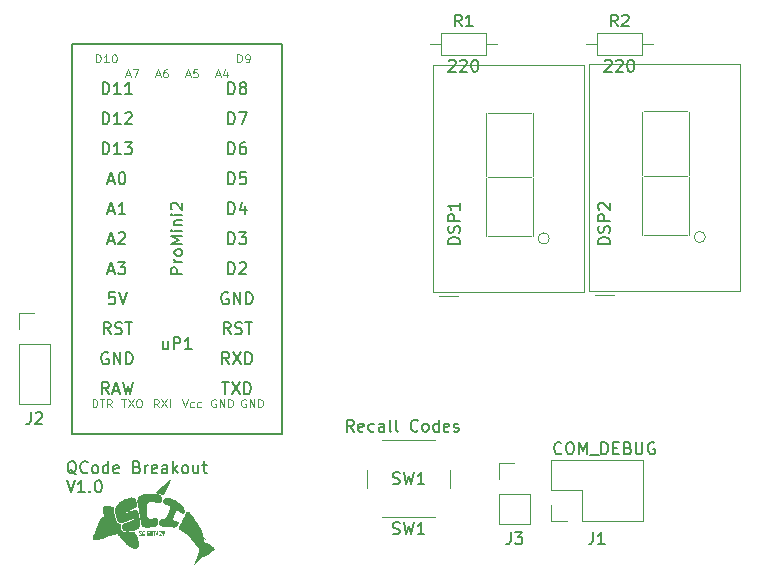
<source format=gbr>
%TF.GenerationSoftware,KiCad,Pcbnew,7.0.7*%
%TF.CreationDate,2023-09-30T13:33:33-05:00*%
%TF.ProjectId,Asus Qcode,41737573-2051-4636-9f64-652e6b696361,rev?*%
%TF.SameCoordinates,Original*%
%TF.FileFunction,Legend,Top*%
%TF.FilePolarity,Positive*%
%FSLAX46Y46*%
G04 Gerber Fmt 4.6, Leading zero omitted, Abs format (unit mm)*
G04 Created by KiCad (PCBNEW 7.0.7) date 2023-09-30 13:33:33*
%MOMM*%
%LPD*%
G01*
G04 APERTURE LIST*
%ADD10C,0.150000*%
%ADD11C,0.100000*%
%ADD12C,0.120000*%
%ADD13C,1.524000*%
%ADD14C,4.400000*%
%ADD15C,2.000000*%
%ADD16R,1.700000X1.700000*%
%ADD17O,1.700000X1.700000*%
%ADD18C,1.400000*%
%ADD19O,1.400000X1.400000*%
%ADD20R,1.600000X1.600000*%
%ADD21C,1.600000*%
G04 APERTURE END LIST*
D10*
X18783445Y-54235057D02*
X18688207Y-54187438D01*
X18688207Y-54187438D02*
X18592969Y-54092200D01*
X18592969Y-54092200D02*
X18450112Y-53949342D01*
X18450112Y-53949342D02*
X18354874Y-53901723D01*
X18354874Y-53901723D02*
X18259636Y-53901723D01*
X18307255Y-54139819D02*
X18212017Y-54092200D01*
X18212017Y-54092200D02*
X18116779Y-53996961D01*
X18116779Y-53996961D02*
X18069160Y-53806485D01*
X18069160Y-53806485D02*
X18069160Y-53473152D01*
X18069160Y-53473152D02*
X18116779Y-53282676D01*
X18116779Y-53282676D02*
X18212017Y-53187438D01*
X18212017Y-53187438D02*
X18307255Y-53139819D01*
X18307255Y-53139819D02*
X18497731Y-53139819D01*
X18497731Y-53139819D02*
X18592969Y-53187438D01*
X18592969Y-53187438D02*
X18688207Y-53282676D01*
X18688207Y-53282676D02*
X18735826Y-53473152D01*
X18735826Y-53473152D02*
X18735826Y-53806485D01*
X18735826Y-53806485D02*
X18688207Y-53996961D01*
X18688207Y-53996961D02*
X18592969Y-54092200D01*
X18592969Y-54092200D02*
X18497731Y-54139819D01*
X18497731Y-54139819D02*
X18307255Y-54139819D01*
X19735826Y-54044580D02*
X19688207Y-54092200D01*
X19688207Y-54092200D02*
X19545350Y-54139819D01*
X19545350Y-54139819D02*
X19450112Y-54139819D01*
X19450112Y-54139819D02*
X19307255Y-54092200D01*
X19307255Y-54092200D02*
X19212017Y-53996961D01*
X19212017Y-53996961D02*
X19164398Y-53901723D01*
X19164398Y-53901723D02*
X19116779Y-53711247D01*
X19116779Y-53711247D02*
X19116779Y-53568390D01*
X19116779Y-53568390D02*
X19164398Y-53377914D01*
X19164398Y-53377914D02*
X19212017Y-53282676D01*
X19212017Y-53282676D02*
X19307255Y-53187438D01*
X19307255Y-53187438D02*
X19450112Y-53139819D01*
X19450112Y-53139819D02*
X19545350Y-53139819D01*
X19545350Y-53139819D02*
X19688207Y-53187438D01*
X19688207Y-53187438D02*
X19735826Y-53235057D01*
X20307255Y-54139819D02*
X20212017Y-54092200D01*
X20212017Y-54092200D02*
X20164398Y-54044580D01*
X20164398Y-54044580D02*
X20116779Y-53949342D01*
X20116779Y-53949342D02*
X20116779Y-53663628D01*
X20116779Y-53663628D02*
X20164398Y-53568390D01*
X20164398Y-53568390D02*
X20212017Y-53520771D01*
X20212017Y-53520771D02*
X20307255Y-53473152D01*
X20307255Y-53473152D02*
X20450112Y-53473152D01*
X20450112Y-53473152D02*
X20545350Y-53520771D01*
X20545350Y-53520771D02*
X20592969Y-53568390D01*
X20592969Y-53568390D02*
X20640588Y-53663628D01*
X20640588Y-53663628D02*
X20640588Y-53949342D01*
X20640588Y-53949342D02*
X20592969Y-54044580D01*
X20592969Y-54044580D02*
X20545350Y-54092200D01*
X20545350Y-54092200D02*
X20450112Y-54139819D01*
X20450112Y-54139819D02*
X20307255Y-54139819D01*
X21497731Y-54139819D02*
X21497731Y-53139819D01*
X21497731Y-54092200D02*
X21402493Y-54139819D01*
X21402493Y-54139819D02*
X21212017Y-54139819D01*
X21212017Y-54139819D02*
X21116779Y-54092200D01*
X21116779Y-54092200D02*
X21069160Y-54044580D01*
X21069160Y-54044580D02*
X21021541Y-53949342D01*
X21021541Y-53949342D02*
X21021541Y-53663628D01*
X21021541Y-53663628D02*
X21069160Y-53568390D01*
X21069160Y-53568390D02*
X21116779Y-53520771D01*
X21116779Y-53520771D02*
X21212017Y-53473152D01*
X21212017Y-53473152D02*
X21402493Y-53473152D01*
X21402493Y-53473152D02*
X21497731Y-53520771D01*
X22354874Y-54092200D02*
X22259636Y-54139819D01*
X22259636Y-54139819D02*
X22069160Y-54139819D01*
X22069160Y-54139819D02*
X21973922Y-54092200D01*
X21973922Y-54092200D02*
X21926303Y-53996961D01*
X21926303Y-53996961D02*
X21926303Y-53616009D01*
X21926303Y-53616009D02*
X21973922Y-53520771D01*
X21973922Y-53520771D02*
X22069160Y-53473152D01*
X22069160Y-53473152D02*
X22259636Y-53473152D01*
X22259636Y-53473152D02*
X22354874Y-53520771D01*
X22354874Y-53520771D02*
X22402493Y-53616009D01*
X22402493Y-53616009D02*
X22402493Y-53711247D01*
X22402493Y-53711247D02*
X21926303Y-53806485D01*
X23926303Y-53616009D02*
X24069160Y-53663628D01*
X24069160Y-53663628D02*
X24116779Y-53711247D01*
X24116779Y-53711247D02*
X24164398Y-53806485D01*
X24164398Y-53806485D02*
X24164398Y-53949342D01*
X24164398Y-53949342D02*
X24116779Y-54044580D01*
X24116779Y-54044580D02*
X24069160Y-54092200D01*
X24069160Y-54092200D02*
X23973922Y-54139819D01*
X23973922Y-54139819D02*
X23592970Y-54139819D01*
X23592970Y-54139819D02*
X23592970Y-53139819D01*
X23592970Y-53139819D02*
X23926303Y-53139819D01*
X23926303Y-53139819D02*
X24021541Y-53187438D01*
X24021541Y-53187438D02*
X24069160Y-53235057D01*
X24069160Y-53235057D02*
X24116779Y-53330295D01*
X24116779Y-53330295D02*
X24116779Y-53425533D01*
X24116779Y-53425533D02*
X24069160Y-53520771D01*
X24069160Y-53520771D02*
X24021541Y-53568390D01*
X24021541Y-53568390D02*
X23926303Y-53616009D01*
X23926303Y-53616009D02*
X23592970Y-53616009D01*
X24592970Y-54139819D02*
X24592970Y-53473152D01*
X24592970Y-53663628D02*
X24640589Y-53568390D01*
X24640589Y-53568390D02*
X24688208Y-53520771D01*
X24688208Y-53520771D02*
X24783446Y-53473152D01*
X24783446Y-53473152D02*
X24878684Y-53473152D01*
X25592970Y-54092200D02*
X25497732Y-54139819D01*
X25497732Y-54139819D02*
X25307256Y-54139819D01*
X25307256Y-54139819D02*
X25212018Y-54092200D01*
X25212018Y-54092200D02*
X25164399Y-53996961D01*
X25164399Y-53996961D02*
X25164399Y-53616009D01*
X25164399Y-53616009D02*
X25212018Y-53520771D01*
X25212018Y-53520771D02*
X25307256Y-53473152D01*
X25307256Y-53473152D02*
X25497732Y-53473152D01*
X25497732Y-53473152D02*
X25592970Y-53520771D01*
X25592970Y-53520771D02*
X25640589Y-53616009D01*
X25640589Y-53616009D02*
X25640589Y-53711247D01*
X25640589Y-53711247D02*
X25164399Y-53806485D01*
X26497732Y-54139819D02*
X26497732Y-53616009D01*
X26497732Y-53616009D02*
X26450113Y-53520771D01*
X26450113Y-53520771D02*
X26354875Y-53473152D01*
X26354875Y-53473152D02*
X26164399Y-53473152D01*
X26164399Y-53473152D02*
X26069161Y-53520771D01*
X26497732Y-54092200D02*
X26402494Y-54139819D01*
X26402494Y-54139819D02*
X26164399Y-54139819D01*
X26164399Y-54139819D02*
X26069161Y-54092200D01*
X26069161Y-54092200D02*
X26021542Y-53996961D01*
X26021542Y-53996961D02*
X26021542Y-53901723D01*
X26021542Y-53901723D02*
X26069161Y-53806485D01*
X26069161Y-53806485D02*
X26164399Y-53758866D01*
X26164399Y-53758866D02*
X26402494Y-53758866D01*
X26402494Y-53758866D02*
X26497732Y-53711247D01*
X26973923Y-54139819D02*
X26973923Y-53139819D01*
X27069161Y-53758866D02*
X27354875Y-54139819D01*
X27354875Y-53473152D02*
X26973923Y-53854104D01*
X27926304Y-54139819D02*
X27831066Y-54092200D01*
X27831066Y-54092200D02*
X27783447Y-54044580D01*
X27783447Y-54044580D02*
X27735828Y-53949342D01*
X27735828Y-53949342D02*
X27735828Y-53663628D01*
X27735828Y-53663628D02*
X27783447Y-53568390D01*
X27783447Y-53568390D02*
X27831066Y-53520771D01*
X27831066Y-53520771D02*
X27926304Y-53473152D01*
X27926304Y-53473152D02*
X28069161Y-53473152D01*
X28069161Y-53473152D02*
X28164399Y-53520771D01*
X28164399Y-53520771D02*
X28212018Y-53568390D01*
X28212018Y-53568390D02*
X28259637Y-53663628D01*
X28259637Y-53663628D02*
X28259637Y-53949342D01*
X28259637Y-53949342D02*
X28212018Y-54044580D01*
X28212018Y-54044580D02*
X28164399Y-54092200D01*
X28164399Y-54092200D02*
X28069161Y-54139819D01*
X28069161Y-54139819D02*
X27926304Y-54139819D01*
X29116780Y-53473152D02*
X29116780Y-54139819D01*
X28688209Y-53473152D02*
X28688209Y-53996961D01*
X28688209Y-53996961D02*
X28735828Y-54092200D01*
X28735828Y-54092200D02*
X28831066Y-54139819D01*
X28831066Y-54139819D02*
X28973923Y-54139819D01*
X28973923Y-54139819D02*
X29069161Y-54092200D01*
X29069161Y-54092200D02*
X29116780Y-54044580D01*
X29450114Y-53473152D02*
X29831066Y-53473152D01*
X29592971Y-53139819D02*
X29592971Y-53996961D01*
X29592971Y-53996961D02*
X29640590Y-54092200D01*
X29640590Y-54092200D02*
X29735828Y-54139819D01*
X29735828Y-54139819D02*
X29831066Y-54139819D01*
X17973922Y-54749819D02*
X18307255Y-55749819D01*
X18307255Y-55749819D02*
X18640588Y-54749819D01*
X19497731Y-55749819D02*
X18926303Y-55749819D01*
X19212017Y-55749819D02*
X19212017Y-54749819D01*
X19212017Y-54749819D02*
X19116779Y-54892676D01*
X19116779Y-54892676D02*
X19021541Y-54987914D01*
X19021541Y-54987914D02*
X18926303Y-55035533D01*
X19926303Y-55654580D02*
X19973922Y-55702200D01*
X19973922Y-55702200D02*
X19926303Y-55749819D01*
X19926303Y-55749819D02*
X19878684Y-55702200D01*
X19878684Y-55702200D02*
X19926303Y-55654580D01*
X19926303Y-55654580D02*
X19926303Y-55749819D01*
X20592969Y-54749819D02*
X20688207Y-54749819D01*
X20688207Y-54749819D02*
X20783445Y-54797438D01*
X20783445Y-54797438D02*
X20831064Y-54845057D01*
X20831064Y-54845057D02*
X20878683Y-54940295D01*
X20878683Y-54940295D02*
X20926302Y-55130771D01*
X20926302Y-55130771D02*
X20926302Y-55368866D01*
X20926302Y-55368866D02*
X20878683Y-55559342D01*
X20878683Y-55559342D02*
X20831064Y-55654580D01*
X20831064Y-55654580D02*
X20783445Y-55702200D01*
X20783445Y-55702200D02*
X20688207Y-55749819D01*
X20688207Y-55749819D02*
X20592969Y-55749819D01*
X20592969Y-55749819D02*
X20497731Y-55702200D01*
X20497731Y-55702200D02*
X20450112Y-55654580D01*
X20450112Y-55654580D02*
X20402493Y-55559342D01*
X20402493Y-55559342D02*
X20354874Y-55368866D01*
X20354874Y-55368866D02*
X20354874Y-55130771D01*
X20354874Y-55130771D02*
X20402493Y-54940295D01*
X20402493Y-54940295D02*
X20450112Y-54845057D01*
X20450112Y-54845057D02*
X20497731Y-54797438D01*
X20497731Y-54797438D02*
X20592969Y-54749819D01*
X26543095Y-42968152D02*
X26543095Y-43634819D01*
X26114524Y-42968152D02*
X26114524Y-43491961D01*
X26114524Y-43491961D02*
X26162143Y-43587200D01*
X26162143Y-43587200D02*
X26257381Y-43634819D01*
X26257381Y-43634819D02*
X26400238Y-43634819D01*
X26400238Y-43634819D02*
X26495476Y-43587200D01*
X26495476Y-43587200D02*
X26543095Y-43539580D01*
X27019286Y-43634819D02*
X27019286Y-42634819D01*
X27019286Y-42634819D02*
X27400238Y-42634819D01*
X27400238Y-42634819D02*
X27495476Y-42682438D01*
X27495476Y-42682438D02*
X27543095Y-42730057D01*
X27543095Y-42730057D02*
X27590714Y-42825295D01*
X27590714Y-42825295D02*
X27590714Y-42968152D01*
X27590714Y-42968152D02*
X27543095Y-43063390D01*
X27543095Y-43063390D02*
X27495476Y-43111009D01*
X27495476Y-43111009D02*
X27400238Y-43158628D01*
X27400238Y-43158628D02*
X27019286Y-43158628D01*
X28543095Y-43634819D02*
X27971667Y-43634819D01*
X28257381Y-43634819D02*
X28257381Y-42634819D01*
X28257381Y-42634819D02*
X28162143Y-42777676D01*
X28162143Y-42777676D02*
X28066905Y-42872914D01*
X28066905Y-42872914D02*
X27971667Y-42920533D01*
X27759819Y-37289999D02*
X26759819Y-37289999D01*
X26759819Y-37289999D02*
X26759819Y-36909047D01*
X26759819Y-36909047D02*
X26807438Y-36813809D01*
X26807438Y-36813809D02*
X26855057Y-36766190D01*
X26855057Y-36766190D02*
X26950295Y-36718571D01*
X26950295Y-36718571D02*
X27093152Y-36718571D01*
X27093152Y-36718571D02*
X27188390Y-36766190D01*
X27188390Y-36766190D02*
X27236009Y-36813809D01*
X27236009Y-36813809D02*
X27283628Y-36909047D01*
X27283628Y-36909047D02*
X27283628Y-37289999D01*
X27759819Y-36289999D02*
X27093152Y-36289999D01*
X27283628Y-36289999D02*
X27188390Y-36242380D01*
X27188390Y-36242380D02*
X27140771Y-36194761D01*
X27140771Y-36194761D02*
X27093152Y-36099523D01*
X27093152Y-36099523D02*
X27093152Y-36004285D01*
X27759819Y-35528094D02*
X27712200Y-35623332D01*
X27712200Y-35623332D02*
X27664580Y-35670951D01*
X27664580Y-35670951D02*
X27569342Y-35718570D01*
X27569342Y-35718570D02*
X27283628Y-35718570D01*
X27283628Y-35718570D02*
X27188390Y-35670951D01*
X27188390Y-35670951D02*
X27140771Y-35623332D01*
X27140771Y-35623332D02*
X27093152Y-35528094D01*
X27093152Y-35528094D02*
X27093152Y-35385237D01*
X27093152Y-35385237D02*
X27140771Y-35289999D01*
X27140771Y-35289999D02*
X27188390Y-35242380D01*
X27188390Y-35242380D02*
X27283628Y-35194761D01*
X27283628Y-35194761D02*
X27569342Y-35194761D01*
X27569342Y-35194761D02*
X27664580Y-35242380D01*
X27664580Y-35242380D02*
X27712200Y-35289999D01*
X27712200Y-35289999D02*
X27759819Y-35385237D01*
X27759819Y-35385237D02*
X27759819Y-35528094D01*
X27759819Y-34766189D02*
X26759819Y-34766189D01*
X26759819Y-34766189D02*
X27474104Y-34432856D01*
X27474104Y-34432856D02*
X26759819Y-34099523D01*
X26759819Y-34099523D02*
X27759819Y-34099523D01*
X27759819Y-33623332D02*
X27093152Y-33623332D01*
X26759819Y-33623332D02*
X26807438Y-33670951D01*
X26807438Y-33670951D02*
X26855057Y-33623332D01*
X26855057Y-33623332D02*
X26807438Y-33575713D01*
X26807438Y-33575713D02*
X26759819Y-33623332D01*
X26759819Y-33623332D02*
X26855057Y-33623332D01*
X27093152Y-33147142D02*
X27759819Y-33147142D01*
X27188390Y-33147142D02*
X27140771Y-33099523D01*
X27140771Y-33099523D02*
X27093152Y-33004285D01*
X27093152Y-33004285D02*
X27093152Y-32861428D01*
X27093152Y-32861428D02*
X27140771Y-32766190D01*
X27140771Y-32766190D02*
X27236009Y-32718571D01*
X27236009Y-32718571D02*
X27759819Y-32718571D01*
X27759819Y-32242380D02*
X27093152Y-32242380D01*
X26759819Y-32242380D02*
X26807438Y-32289999D01*
X26807438Y-32289999D02*
X26855057Y-32242380D01*
X26855057Y-32242380D02*
X26807438Y-32194761D01*
X26807438Y-32194761D02*
X26759819Y-32242380D01*
X26759819Y-32242380D02*
X26855057Y-32242380D01*
X26855057Y-31813809D02*
X26807438Y-31766190D01*
X26807438Y-31766190D02*
X26759819Y-31670952D01*
X26759819Y-31670952D02*
X26759819Y-31432857D01*
X26759819Y-31432857D02*
X26807438Y-31337619D01*
X26807438Y-31337619D02*
X26855057Y-31290000D01*
X26855057Y-31290000D02*
X26950295Y-31242381D01*
X26950295Y-31242381D02*
X27045533Y-31242381D01*
X27045533Y-31242381D02*
X27188390Y-31290000D01*
X27188390Y-31290000D02*
X27759819Y-31861428D01*
X27759819Y-31861428D02*
X27759819Y-31242381D01*
X21010714Y-24584819D02*
X21010714Y-23584819D01*
X21010714Y-23584819D02*
X21248809Y-23584819D01*
X21248809Y-23584819D02*
X21391666Y-23632438D01*
X21391666Y-23632438D02*
X21486904Y-23727676D01*
X21486904Y-23727676D02*
X21534523Y-23822914D01*
X21534523Y-23822914D02*
X21582142Y-24013390D01*
X21582142Y-24013390D02*
X21582142Y-24156247D01*
X21582142Y-24156247D02*
X21534523Y-24346723D01*
X21534523Y-24346723D02*
X21486904Y-24441961D01*
X21486904Y-24441961D02*
X21391666Y-24537200D01*
X21391666Y-24537200D02*
X21248809Y-24584819D01*
X21248809Y-24584819D02*
X21010714Y-24584819D01*
X22534523Y-24584819D02*
X21963095Y-24584819D01*
X22248809Y-24584819D02*
X22248809Y-23584819D01*
X22248809Y-23584819D02*
X22153571Y-23727676D01*
X22153571Y-23727676D02*
X22058333Y-23822914D01*
X22058333Y-23822914D02*
X21963095Y-23870533D01*
X22915476Y-23680057D02*
X22963095Y-23632438D01*
X22963095Y-23632438D02*
X23058333Y-23584819D01*
X23058333Y-23584819D02*
X23296428Y-23584819D01*
X23296428Y-23584819D02*
X23391666Y-23632438D01*
X23391666Y-23632438D02*
X23439285Y-23680057D01*
X23439285Y-23680057D02*
X23486904Y-23775295D01*
X23486904Y-23775295D02*
X23486904Y-23870533D01*
X23486904Y-23870533D02*
X23439285Y-24013390D01*
X23439285Y-24013390D02*
X22867857Y-24584819D01*
X22867857Y-24584819D02*
X23486904Y-24584819D01*
X31718333Y-44904819D02*
X31385000Y-44428628D01*
X31146905Y-44904819D02*
X31146905Y-43904819D01*
X31146905Y-43904819D02*
X31527857Y-43904819D01*
X31527857Y-43904819D02*
X31623095Y-43952438D01*
X31623095Y-43952438D02*
X31670714Y-44000057D01*
X31670714Y-44000057D02*
X31718333Y-44095295D01*
X31718333Y-44095295D02*
X31718333Y-44238152D01*
X31718333Y-44238152D02*
X31670714Y-44333390D01*
X31670714Y-44333390D02*
X31623095Y-44381009D01*
X31623095Y-44381009D02*
X31527857Y-44428628D01*
X31527857Y-44428628D02*
X31146905Y-44428628D01*
X32051667Y-43904819D02*
X32718333Y-44904819D01*
X32718333Y-43904819D02*
X32051667Y-44904819D01*
X33099286Y-44904819D02*
X33099286Y-43904819D01*
X33099286Y-43904819D02*
X33337381Y-43904819D01*
X33337381Y-43904819D02*
X33480238Y-43952438D01*
X33480238Y-43952438D02*
X33575476Y-44047676D01*
X33575476Y-44047676D02*
X33623095Y-44142914D01*
X33623095Y-44142914D02*
X33670714Y-44333390D01*
X33670714Y-44333390D02*
X33670714Y-44476247D01*
X33670714Y-44476247D02*
X33623095Y-44666723D01*
X33623095Y-44666723D02*
X33575476Y-44761961D01*
X33575476Y-44761961D02*
X33480238Y-44857200D01*
X33480238Y-44857200D02*
X33337381Y-44904819D01*
X33337381Y-44904819D02*
X33099286Y-44904819D01*
X21510714Y-29379104D02*
X21986904Y-29379104D01*
X21415476Y-29664819D02*
X21748809Y-28664819D01*
X21748809Y-28664819D02*
X22082142Y-29664819D01*
X22605952Y-28664819D02*
X22701190Y-28664819D01*
X22701190Y-28664819D02*
X22796428Y-28712438D01*
X22796428Y-28712438D02*
X22844047Y-28760057D01*
X22844047Y-28760057D02*
X22891666Y-28855295D01*
X22891666Y-28855295D02*
X22939285Y-29045771D01*
X22939285Y-29045771D02*
X22939285Y-29283866D01*
X22939285Y-29283866D02*
X22891666Y-29474342D01*
X22891666Y-29474342D02*
X22844047Y-29569580D01*
X22844047Y-29569580D02*
X22796428Y-29617200D01*
X22796428Y-29617200D02*
X22701190Y-29664819D01*
X22701190Y-29664819D02*
X22605952Y-29664819D01*
X22605952Y-29664819D02*
X22510714Y-29617200D01*
X22510714Y-29617200D02*
X22463095Y-29569580D01*
X22463095Y-29569580D02*
X22415476Y-29474342D01*
X22415476Y-29474342D02*
X22367857Y-29283866D01*
X22367857Y-29283866D02*
X22367857Y-29045771D01*
X22367857Y-29045771D02*
X22415476Y-28855295D01*
X22415476Y-28855295D02*
X22463095Y-28760057D01*
X22463095Y-28760057D02*
X22510714Y-28712438D01*
X22510714Y-28712438D02*
X22605952Y-28664819D01*
D11*
X27741666Y-47878633D02*
X27975000Y-48578633D01*
X27975000Y-48578633D02*
X28208333Y-47878633D01*
X28741666Y-48545300D02*
X28675000Y-48578633D01*
X28675000Y-48578633D02*
X28541666Y-48578633D01*
X28541666Y-48578633D02*
X28475000Y-48545300D01*
X28475000Y-48545300D02*
X28441666Y-48511966D01*
X28441666Y-48511966D02*
X28408333Y-48445300D01*
X28408333Y-48445300D02*
X28408333Y-48245300D01*
X28408333Y-48245300D02*
X28441666Y-48178633D01*
X28441666Y-48178633D02*
X28475000Y-48145300D01*
X28475000Y-48145300D02*
X28541666Y-48111966D01*
X28541666Y-48111966D02*
X28675000Y-48111966D01*
X28675000Y-48111966D02*
X28741666Y-48145300D01*
X29341666Y-48545300D02*
X29275000Y-48578633D01*
X29275000Y-48578633D02*
X29141666Y-48578633D01*
X29141666Y-48578633D02*
X29075000Y-48545300D01*
X29075000Y-48545300D02*
X29041666Y-48511966D01*
X29041666Y-48511966D02*
X29008333Y-48445300D01*
X29008333Y-48445300D02*
X29008333Y-48245300D01*
X29008333Y-48245300D02*
X29041666Y-48178633D01*
X29041666Y-48178633D02*
X29075000Y-48145300D01*
X29075000Y-48145300D02*
X29141666Y-48111966D01*
X29141666Y-48111966D02*
X29275000Y-48111966D01*
X29275000Y-48111966D02*
X29341666Y-48145300D01*
X33121667Y-47911966D02*
X33055000Y-47878633D01*
X33055000Y-47878633D02*
X32955000Y-47878633D01*
X32955000Y-47878633D02*
X32855000Y-47911966D01*
X32855000Y-47911966D02*
X32788334Y-47978633D01*
X32788334Y-47978633D02*
X32755000Y-48045300D01*
X32755000Y-48045300D02*
X32721667Y-48178633D01*
X32721667Y-48178633D02*
X32721667Y-48278633D01*
X32721667Y-48278633D02*
X32755000Y-48411966D01*
X32755000Y-48411966D02*
X32788334Y-48478633D01*
X32788334Y-48478633D02*
X32855000Y-48545300D01*
X32855000Y-48545300D02*
X32955000Y-48578633D01*
X32955000Y-48578633D02*
X33021667Y-48578633D01*
X33021667Y-48578633D02*
X33121667Y-48545300D01*
X33121667Y-48545300D02*
X33155000Y-48511966D01*
X33155000Y-48511966D02*
X33155000Y-48278633D01*
X33155000Y-48278633D02*
X33021667Y-48278633D01*
X33455000Y-48578633D02*
X33455000Y-47878633D01*
X33455000Y-47878633D02*
X33855000Y-48578633D01*
X33855000Y-48578633D02*
X33855000Y-47878633D01*
X34188333Y-48578633D02*
X34188333Y-47878633D01*
X34188333Y-47878633D02*
X34355000Y-47878633D01*
X34355000Y-47878633D02*
X34455000Y-47911966D01*
X34455000Y-47911966D02*
X34521667Y-47978633D01*
X34521667Y-47978633D02*
X34555000Y-48045300D01*
X34555000Y-48045300D02*
X34588333Y-48178633D01*
X34588333Y-48178633D02*
X34588333Y-48278633D01*
X34588333Y-48278633D02*
X34555000Y-48411966D01*
X34555000Y-48411966D02*
X34521667Y-48478633D01*
X34521667Y-48478633D02*
X34455000Y-48545300D01*
X34455000Y-48545300D02*
X34355000Y-48578633D01*
X34355000Y-48578633D02*
X34188333Y-48578633D01*
D10*
X31837380Y-42364819D02*
X31504047Y-41888628D01*
X31265952Y-42364819D02*
X31265952Y-41364819D01*
X31265952Y-41364819D02*
X31646904Y-41364819D01*
X31646904Y-41364819D02*
X31742142Y-41412438D01*
X31742142Y-41412438D02*
X31789761Y-41460057D01*
X31789761Y-41460057D02*
X31837380Y-41555295D01*
X31837380Y-41555295D02*
X31837380Y-41698152D01*
X31837380Y-41698152D02*
X31789761Y-41793390D01*
X31789761Y-41793390D02*
X31742142Y-41841009D01*
X31742142Y-41841009D02*
X31646904Y-41888628D01*
X31646904Y-41888628D02*
X31265952Y-41888628D01*
X32218333Y-42317200D02*
X32361190Y-42364819D01*
X32361190Y-42364819D02*
X32599285Y-42364819D01*
X32599285Y-42364819D02*
X32694523Y-42317200D01*
X32694523Y-42317200D02*
X32742142Y-42269580D01*
X32742142Y-42269580D02*
X32789761Y-42174342D01*
X32789761Y-42174342D02*
X32789761Y-42079104D01*
X32789761Y-42079104D02*
X32742142Y-41983866D01*
X32742142Y-41983866D02*
X32694523Y-41936247D01*
X32694523Y-41936247D02*
X32599285Y-41888628D01*
X32599285Y-41888628D02*
X32408809Y-41841009D01*
X32408809Y-41841009D02*
X32313571Y-41793390D01*
X32313571Y-41793390D02*
X32265952Y-41745771D01*
X32265952Y-41745771D02*
X32218333Y-41650533D01*
X32218333Y-41650533D02*
X32218333Y-41555295D01*
X32218333Y-41555295D02*
X32265952Y-41460057D01*
X32265952Y-41460057D02*
X32313571Y-41412438D01*
X32313571Y-41412438D02*
X32408809Y-41364819D01*
X32408809Y-41364819D02*
X32646904Y-41364819D01*
X32646904Y-41364819D02*
X32789761Y-41412438D01*
X33075476Y-41364819D02*
X33646904Y-41364819D01*
X33361190Y-42364819D02*
X33361190Y-41364819D01*
X31646905Y-29664819D02*
X31646905Y-28664819D01*
X31646905Y-28664819D02*
X31885000Y-28664819D01*
X31885000Y-28664819D02*
X32027857Y-28712438D01*
X32027857Y-28712438D02*
X32123095Y-28807676D01*
X32123095Y-28807676D02*
X32170714Y-28902914D01*
X32170714Y-28902914D02*
X32218333Y-29093390D01*
X32218333Y-29093390D02*
X32218333Y-29236247D01*
X32218333Y-29236247D02*
X32170714Y-29426723D01*
X32170714Y-29426723D02*
X32123095Y-29521961D01*
X32123095Y-29521961D02*
X32027857Y-29617200D01*
X32027857Y-29617200D02*
X31885000Y-29664819D01*
X31885000Y-29664819D02*
X31646905Y-29664819D01*
X33123095Y-28664819D02*
X32646905Y-28664819D01*
X32646905Y-28664819D02*
X32599286Y-29141009D01*
X32599286Y-29141009D02*
X32646905Y-29093390D01*
X32646905Y-29093390D02*
X32742143Y-29045771D01*
X32742143Y-29045771D02*
X32980238Y-29045771D01*
X32980238Y-29045771D02*
X33075476Y-29093390D01*
X33075476Y-29093390D02*
X33123095Y-29141009D01*
X33123095Y-29141009D02*
X33170714Y-29236247D01*
X33170714Y-29236247D02*
X33170714Y-29474342D01*
X33170714Y-29474342D02*
X33123095Y-29569580D01*
X33123095Y-29569580D02*
X33075476Y-29617200D01*
X33075476Y-29617200D02*
X32980238Y-29664819D01*
X32980238Y-29664819D02*
X32742143Y-29664819D01*
X32742143Y-29664819D02*
X32646905Y-29617200D01*
X32646905Y-29617200D02*
X32599286Y-29569580D01*
X21534523Y-47444819D02*
X21201190Y-46968628D01*
X20963095Y-47444819D02*
X20963095Y-46444819D01*
X20963095Y-46444819D02*
X21344047Y-46444819D01*
X21344047Y-46444819D02*
X21439285Y-46492438D01*
X21439285Y-46492438D02*
X21486904Y-46540057D01*
X21486904Y-46540057D02*
X21534523Y-46635295D01*
X21534523Y-46635295D02*
X21534523Y-46778152D01*
X21534523Y-46778152D02*
X21486904Y-46873390D01*
X21486904Y-46873390D02*
X21439285Y-46921009D01*
X21439285Y-46921009D02*
X21344047Y-46968628D01*
X21344047Y-46968628D02*
X20963095Y-46968628D01*
X21915476Y-47159104D02*
X22391666Y-47159104D01*
X21820238Y-47444819D02*
X22153571Y-46444819D01*
X22153571Y-46444819D02*
X22486904Y-47444819D01*
X22725000Y-46444819D02*
X22963095Y-47444819D01*
X22963095Y-47444819D02*
X23153571Y-46730533D01*
X23153571Y-46730533D02*
X23344047Y-47444819D01*
X23344047Y-47444819D02*
X23582143Y-46444819D01*
D11*
X20155000Y-48578633D02*
X20155000Y-47878633D01*
X20155000Y-47878633D02*
X20321667Y-47878633D01*
X20321667Y-47878633D02*
X20421667Y-47911966D01*
X20421667Y-47911966D02*
X20488334Y-47978633D01*
X20488334Y-47978633D02*
X20521667Y-48045300D01*
X20521667Y-48045300D02*
X20555000Y-48178633D01*
X20555000Y-48178633D02*
X20555000Y-48278633D01*
X20555000Y-48278633D02*
X20521667Y-48411966D01*
X20521667Y-48411966D02*
X20488334Y-48478633D01*
X20488334Y-48478633D02*
X20421667Y-48545300D01*
X20421667Y-48545300D02*
X20321667Y-48578633D01*
X20321667Y-48578633D02*
X20155000Y-48578633D01*
X20755000Y-47878633D02*
X21155000Y-47878633D01*
X20955000Y-48578633D02*
X20955000Y-47878633D01*
X21788333Y-48578633D02*
X21555000Y-48245300D01*
X21388333Y-48578633D02*
X21388333Y-47878633D01*
X21388333Y-47878633D02*
X21655000Y-47878633D01*
X21655000Y-47878633D02*
X21721667Y-47911966D01*
X21721667Y-47911966D02*
X21755000Y-47945300D01*
X21755000Y-47945300D02*
X21788333Y-48011966D01*
X21788333Y-48011966D02*
X21788333Y-48111966D01*
X21788333Y-48111966D02*
X21755000Y-48178633D01*
X21755000Y-48178633D02*
X21721667Y-48211966D01*
X21721667Y-48211966D02*
X21655000Y-48245300D01*
X21655000Y-48245300D02*
X21388333Y-48245300D01*
D10*
X21010714Y-22044819D02*
X21010714Y-21044819D01*
X21010714Y-21044819D02*
X21248809Y-21044819D01*
X21248809Y-21044819D02*
X21391666Y-21092438D01*
X21391666Y-21092438D02*
X21486904Y-21187676D01*
X21486904Y-21187676D02*
X21534523Y-21282914D01*
X21534523Y-21282914D02*
X21582142Y-21473390D01*
X21582142Y-21473390D02*
X21582142Y-21616247D01*
X21582142Y-21616247D02*
X21534523Y-21806723D01*
X21534523Y-21806723D02*
X21486904Y-21901961D01*
X21486904Y-21901961D02*
X21391666Y-21997200D01*
X21391666Y-21997200D02*
X21248809Y-22044819D01*
X21248809Y-22044819D02*
X21010714Y-22044819D01*
X22534523Y-22044819D02*
X21963095Y-22044819D01*
X22248809Y-22044819D02*
X22248809Y-21044819D01*
X22248809Y-21044819D02*
X22153571Y-21187676D01*
X22153571Y-21187676D02*
X22058333Y-21282914D01*
X22058333Y-21282914D02*
X21963095Y-21330533D01*
X23486904Y-22044819D02*
X22915476Y-22044819D01*
X23201190Y-22044819D02*
X23201190Y-21044819D01*
X23201190Y-21044819D02*
X23105952Y-21187676D01*
X23105952Y-21187676D02*
X23010714Y-21282914D01*
X23010714Y-21282914D02*
X22915476Y-21330533D01*
D11*
X22595000Y-47878633D02*
X22995000Y-47878633D01*
X22795000Y-48578633D02*
X22795000Y-47878633D01*
X23161667Y-47878633D02*
X23628333Y-48578633D01*
X23628333Y-47878633D02*
X23161667Y-48578633D01*
X24028334Y-47878633D02*
X24161667Y-47878633D01*
X24161667Y-47878633D02*
X24228334Y-47911966D01*
X24228334Y-47911966D02*
X24295000Y-47978633D01*
X24295000Y-47978633D02*
X24328334Y-48111966D01*
X24328334Y-48111966D02*
X24328334Y-48345300D01*
X24328334Y-48345300D02*
X24295000Y-48478633D01*
X24295000Y-48478633D02*
X24228334Y-48545300D01*
X24228334Y-48545300D02*
X24161667Y-48578633D01*
X24161667Y-48578633D02*
X24028334Y-48578633D01*
X24028334Y-48578633D02*
X23961667Y-48545300D01*
X23961667Y-48545300D02*
X23895000Y-48478633D01*
X23895000Y-48478633D02*
X23861667Y-48345300D01*
X23861667Y-48345300D02*
X23861667Y-48111966D01*
X23861667Y-48111966D02*
X23895000Y-47978633D01*
X23895000Y-47978633D02*
X23961667Y-47911966D01*
X23961667Y-47911966D02*
X24028334Y-47878633D01*
X30615000Y-20438633D02*
X30948333Y-20438633D01*
X30548333Y-20638633D02*
X30781667Y-19938633D01*
X30781667Y-19938633D02*
X31015000Y-20638633D01*
X31548333Y-20171966D02*
X31548333Y-20638633D01*
X31381667Y-19905300D02*
X31215000Y-20405300D01*
X31215000Y-20405300D02*
X31648333Y-20405300D01*
X32408333Y-19368633D02*
X32408333Y-18668633D01*
X32408333Y-18668633D02*
X32575000Y-18668633D01*
X32575000Y-18668633D02*
X32675000Y-18701966D01*
X32675000Y-18701966D02*
X32741667Y-18768633D01*
X32741667Y-18768633D02*
X32775000Y-18835300D01*
X32775000Y-18835300D02*
X32808333Y-18968633D01*
X32808333Y-18968633D02*
X32808333Y-19068633D01*
X32808333Y-19068633D02*
X32775000Y-19201966D01*
X32775000Y-19201966D02*
X32741667Y-19268633D01*
X32741667Y-19268633D02*
X32675000Y-19335300D01*
X32675000Y-19335300D02*
X32575000Y-19368633D01*
X32575000Y-19368633D02*
X32408333Y-19368633D01*
X33141667Y-19368633D02*
X33275000Y-19368633D01*
X33275000Y-19368633D02*
X33341667Y-19335300D01*
X33341667Y-19335300D02*
X33375000Y-19301966D01*
X33375000Y-19301966D02*
X33441667Y-19201966D01*
X33441667Y-19201966D02*
X33475000Y-19068633D01*
X33475000Y-19068633D02*
X33475000Y-18801966D01*
X33475000Y-18801966D02*
X33441667Y-18735300D01*
X33441667Y-18735300D02*
X33408333Y-18701966D01*
X33408333Y-18701966D02*
X33341667Y-18668633D01*
X33341667Y-18668633D02*
X33208333Y-18668633D01*
X33208333Y-18668633D02*
X33141667Y-18701966D01*
X33141667Y-18701966D02*
X33108333Y-18735300D01*
X33108333Y-18735300D02*
X33075000Y-18801966D01*
X33075000Y-18801966D02*
X33075000Y-18968633D01*
X33075000Y-18968633D02*
X33108333Y-19035300D01*
X33108333Y-19035300D02*
X33141667Y-19068633D01*
X33141667Y-19068633D02*
X33208333Y-19101966D01*
X33208333Y-19101966D02*
X33341667Y-19101966D01*
X33341667Y-19101966D02*
X33408333Y-19068633D01*
X33408333Y-19068633D02*
X33441667Y-19035300D01*
X33441667Y-19035300D02*
X33475000Y-18968633D01*
D10*
X22034523Y-38824819D02*
X21558333Y-38824819D01*
X21558333Y-38824819D02*
X21510714Y-39301009D01*
X21510714Y-39301009D02*
X21558333Y-39253390D01*
X21558333Y-39253390D02*
X21653571Y-39205771D01*
X21653571Y-39205771D02*
X21891666Y-39205771D01*
X21891666Y-39205771D02*
X21986904Y-39253390D01*
X21986904Y-39253390D02*
X22034523Y-39301009D01*
X22034523Y-39301009D02*
X22082142Y-39396247D01*
X22082142Y-39396247D02*
X22082142Y-39634342D01*
X22082142Y-39634342D02*
X22034523Y-39729580D01*
X22034523Y-39729580D02*
X21986904Y-39777200D01*
X21986904Y-39777200D02*
X21891666Y-39824819D01*
X21891666Y-39824819D02*
X21653571Y-39824819D01*
X21653571Y-39824819D02*
X21558333Y-39777200D01*
X21558333Y-39777200D02*
X21510714Y-39729580D01*
X22367857Y-38824819D02*
X22701190Y-39824819D01*
X22701190Y-39824819D02*
X23034523Y-38824819D01*
X31646905Y-32204819D02*
X31646905Y-31204819D01*
X31646905Y-31204819D02*
X31885000Y-31204819D01*
X31885000Y-31204819D02*
X32027857Y-31252438D01*
X32027857Y-31252438D02*
X32123095Y-31347676D01*
X32123095Y-31347676D02*
X32170714Y-31442914D01*
X32170714Y-31442914D02*
X32218333Y-31633390D01*
X32218333Y-31633390D02*
X32218333Y-31776247D01*
X32218333Y-31776247D02*
X32170714Y-31966723D01*
X32170714Y-31966723D02*
X32123095Y-32061961D01*
X32123095Y-32061961D02*
X32027857Y-32157200D01*
X32027857Y-32157200D02*
X31885000Y-32204819D01*
X31885000Y-32204819D02*
X31646905Y-32204819D01*
X33075476Y-31538152D02*
X33075476Y-32204819D01*
X32837381Y-31157200D02*
X32599286Y-31871485D01*
X32599286Y-31871485D02*
X33218333Y-31871485D01*
X31646905Y-37284819D02*
X31646905Y-36284819D01*
X31646905Y-36284819D02*
X31885000Y-36284819D01*
X31885000Y-36284819D02*
X32027857Y-36332438D01*
X32027857Y-36332438D02*
X32123095Y-36427676D01*
X32123095Y-36427676D02*
X32170714Y-36522914D01*
X32170714Y-36522914D02*
X32218333Y-36713390D01*
X32218333Y-36713390D02*
X32218333Y-36856247D01*
X32218333Y-36856247D02*
X32170714Y-37046723D01*
X32170714Y-37046723D02*
X32123095Y-37141961D01*
X32123095Y-37141961D02*
X32027857Y-37237200D01*
X32027857Y-37237200D02*
X31885000Y-37284819D01*
X31885000Y-37284819D02*
X31646905Y-37284819D01*
X32599286Y-36380057D02*
X32646905Y-36332438D01*
X32646905Y-36332438D02*
X32742143Y-36284819D01*
X32742143Y-36284819D02*
X32980238Y-36284819D01*
X32980238Y-36284819D02*
X33075476Y-36332438D01*
X33075476Y-36332438D02*
X33123095Y-36380057D01*
X33123095Y-36380057D02*
X33170714Y-36475295D01*
X33170714Y-36475295D02*
X33170714Y-36570533D01*
X33170714Y-36570533D02*
X33123095Y-36713390D01*
X33123095Y-36713390D02*
X32551667Y-37284819D01*
X32551667Y-37284819D02*
X33170714Y-37284819D01*
X31646905Y-34744819D02*
X31646905Y-33744819D01*
X31646905Y-33744819D02*
X31885000Y-33744819D01*
X31885000Y-33744819D02*
X32027857Y-33792438D01*
X32027857Y-33792438D02*
X32123095Y-33887676D01*
X32123095Y-33887676D02*
X32170714Y-33982914D01*
X32170714Y-33982914D02*
X32218333Y-34173390D01*
X32218333Y-34173390D02*
X32218333Y-34316247D01*
X32218333Y-34316247D02*
X32170714Y-34506723D01*
X32170714Y-34506723D02*
X32123095Y-34601961D01*
X32123095Y-34601961D02*
X32027857Y-34697200D01*
X32027857Y-34697200D02*
X31885000Y-34744819D01*
X31885000Y-34744819D02*
X31646905Y-34744819D01*
X32551667Y-33744819D02*
X33170714Y-33744819D01*
X33170714Y-33744819D02*
X32837381Y-34125771D01*
X32837381Y-34125771D02*
X32980238Y-34125771D01*
X32980238Y-34125771D02*
X33075476Y-34173390D01*
X33075476Y-34173390D02*
X33123095Y-34221009D01*
X33123095Y-34221009D02*
X33170714Y-34316247D01*
X33170714Y-34316247D02*
X33170714Y-34554342D01*
X33170714Y-34554342D02*
X33123095Y-34649580D01*
X33123095Y-34649580D02*
X33075476Y-34697200D01*
X33075476Y-34697200D02*
X32980238Y-34744819D01*
X32980238Y-34744819D02*
X32694524Y-34744819D01*
X32694524Y-34744819D02*
X32599286Y-34697200D01*
X32599286Y-34697200D02*
X32551667Y-34649580D01*
X31646905Y-22044819D02*
X31646905Y-21044819D01*
X31646905Y-21044819D02*
X31885000Y-21044819D01*
X31885000Y-21044819D02*
X32027857Y-21092438D01*
X32027857Y-21092438D02*
X32123095Y-21187676D01*
X32123095Y-21187676D02*
X32170714Y-21282914D01*
X32170714Y-21282914D02*
X32218333Y-21473390D01*
X32218333Y-21473390D02*
X32218333Y-21616247D01*
X32218333Y-21616247D02*
X32170714Y-21806723D01*
X32170714Y-21806723D02*
X32123095Y-21901961D01*
X32123095Y-21901961D02*
X32027857Y-21997200D01*
X32027857Y-21997200D02*
X31885000Y-22044819D01*
X31885000Y-22044819D02*
X31646905Y-22044819D01*
X32789762Y-21473390D02*
X32694524Y-21425771D01*
X32694524Y-21425771D02*
X32646905Y-21378152D01*
X32646905Y-21378152D02*
X32599286Y-21282914D01*
X32599286Y-21282914D02*
X32599286Y-21235295D01*
X32599286Y-21235295D02*
X32646905Y-21140057D01*
X32646905Y-21140057D02*
X32694524Y-21092438D01*
X32694524Y-21092438D02*
X32789762Y-21044819D01*
X32789762Y-21044819D02*
X32980238Y-21044819D01*
X32980238Y-21044819D02*
X33075476Y-21092438D01*
X33075476Y-21092438D02*
X33123095Y-21140057D01*
X33123095Y-21140057D02*
X33170714Y-21235295D01*
X33170714Y-21235295D02*
X33170714Y-21282914D01*
X33170714Y-21282914D02*
X33123095Y-21378152D01*
X33123095Y-21378152D02*
X33075476Y-21425771D01*
X33075476Y-21425771D02*
X32980238Y-21473390D01*
X32980238Y-21473390D02*
X32789762Y-21473390D01*
X32789762Y-21473390D02*
X32694524Y-21521009D01*
X32694524Y-21521009D02*
X32646905Y-21568628D01*
X32646905Y-21568628D02*
X32599286Y-21663866D01*
X32599286Y-21663866D02*
X32599286Y-21854342D01*
X32599286Y-21854342D02*
X32646905Y-21949580D01*
X32646905Y-21949580D02*
X32694524Y-21997200D01*
X32694524Y-21997200D02*
X32789762Y-22044819D01*
X32789762Y-22044819D02*
X32980238Y-22044819D01*
X32980238Y-22044819D02*
X33075476Y-21997200D01*
X33075476Y-21997200D02*
X33123095Y-21949580D01*
X33123095Y-21949580D02*
X33170714Y-21854342D01*
X33170714Y-21854342D02*
X33170714Y-21663866D01*
X33170714Y-21663866D02*
X33123095Y-21568628D01*
X33123095Y-21568628D02*
X33075476Y-21521009D01*
X33075476Y-21521009D02*
X32980238Y-21473390D01*
X21010714Y-27124819D02*
X21010714Y-26124819D01*
X21010714Y-26124819D02*
X21248809Y-26124819D01*
X21248809Y-26124819D02*
X21391666Y-26172438D01*
X21391666Y-26172438D02*
X21486904Y-26267676D01*
X21486904Y-26267676D02*
X21534523Y-26362914D01*
X21534523Y-26362914D02*
X21582142Y-26553390D01*
X21582142Y-26553390D02*
X21582142Y-26696247D01*
X21582142Y-26696247D02*
X21534523Y-26886723D01*
X21534523Y-26886723D02*
X21486904Y-26981961D01*
X21486904Y-26981961D02*
X21391666Y-27077200D01*
X21391666Y-27077200D02*
X21248809Y-27124819D01*
X21248809Y-27124819D02*
X21010714Y-27124819D01*
X22534523Y-27124819D02*
X21963095Y-27124819D01*
X22248809Y-27124819D02*
X22248809Y-26124819D01*
X22248809Y-26124819D02*
X22153571Y-26267676D01*
X22153571Y-26267676D02*
X22058333Y-26362914D01*
X22058333Y-26362914D02*
X21963095Y-26410533D01*
X22867857Y-26124819D02*
X23486904Y-26124819D01*
X23486904Y-26124819D02*
X23153571Y-26505771D01*
X23153571Y-26505771D02*
X23296428Y-26505771D01*
X23296428Y-26505771D02*
X23391666Y-26553390D01*
X23391666Y-26553390D02*
X23439285Y-26601009D01*
X23439285Y-26601009D02*
X23486904Y-26696247D01*
X23486904Y-26696247D02*
X23486904Y-26934342D01*
X23486904Y-26934342D02*
X23439285Y-27029580D01*
X23439285Y-27029580D02*
X23391666Y-27077200D01*
X23391666Y-27077200D02*
X23296428Y-27124819D01*
X23296428Y-27124819D02*
X23010714Y-27124819D01*
X23010714Y-27124819D02*
X22915476Y-27077200D01*
X22915476Y-27077200D02*
X22867857Y-27029580D01*
D11*
X25751666Y-48578633D02*
X25518333Y-48245300D01*
X25351666Y-48578633D02*
X25351666Y-47878633D01*
X25351666Y-47878633D02*
X25618333Y-47878633D01*
X25618333Y-47878633D02*
X25685000Y-47911966D01*
X25685000Y-47911966D02*
X25718333Y-47945300D01*
X25718333Y-47945300D02*
X25751666Y-48011966D01*
X25751666Y-48011966D02*
X25751666Y-48111966D01*
X25751666Y-48111966D02*
X25718333Y-48178633D01*
X25718333Y-48178633D02*
X25685000Y-48211966D01*
X25685000Y-48211966D02*
X25618333Y-48245300D01*
X25618333Y-48245300D02*
X25351666Y-48245300D01*
X25985000Y-47878633D02*
X26451666Y-48578633D01*
X26451666Y-47878633D02*
X25985000Y-48578633D01*
X26718333Y-48578633D02*
X26718333Y-47878633D01*
D10*
X21510714Y-31919104D02*
X21986904Y-31919104D01*
X21415476Y-32204819D02*
X21748809Y-31204819D01*
X21748809Y-31204819D02*
X22082142Y-32204819D01*
X22939285Y-32204819D02*
X22367857Y-32204819D01*
X22653571Y-32204819D02*
X22653571Y-31204819D01*
X22653571Y-31204819D02*
X22558333Y-31347676D01*
X22558333Y-31347676D02*
X22463095Y-31442914D01*
X22463095Y-31442914D02*
X22367857Y-31490533D01*
X31646905Y-24584819D02*
X31646905Y-23584819D01*
X31646905Y-23584819D02*
X31885000Y-23584819D01*
X31885000Y-23584819D02*
X32027857Y-23632438D01*
X32027857Y-23632438D02*
X32123095Y-23727676D01*
X32123095Y-23727676D02*
X32170714Y-23822914D01*
X32170714Y-23822914D02*
X32218333Y-24013390D01*
X32218333Y-24013390D02*
X32218333Y-24156247D01*
X32218333Y-24156247D02*
X32170714Y-24346723D01*
X32170714Y-24346723D02*
X32123095Y-24441961D01*
X32123095Y-24441961D02*
X32027857Y-24537200D01*
X32027857Y-24537200D02*
X31885000Y-24584819D01*
X31885000Y-24584819D02*
X31646905Y-24584819D01*
X32551667Y-23584819D02*
X33218333Y-23584819D01*
X33218333Y-23584819D02*
X32789762Y-24584819D01*
X21510714Y-36999104D02*
X21986904Y-36999104D01*
X21415476Y-37284819D02*
X21748809Y-36284819D01*
X21748809Y-36284819D02*
X22082142Y-37284819D01*
X22320238Y-36284819D02*
X22939285Y-36284819D01*
X22939285Y-36284819D02*
X22605952Y-36665771D01*
X22605952Y-36665771D02*
X22748809Y-36665771D01*
X22748809Y-36665771D02*
X22844047Y-36713390D01*
X22844047Y-36713390D02*
X22891666Y-36761009D01*
X22891666Y-36761009D02*
X22939285Y-36856247D01*
X22939285Y-36856247D02*
X22939285Y-37094342D01*
X22939285Y-37094342D02*
X22891666Y-37189580D01*
X22891666Y-37189580D02*
X22844047Y-37237200D01*
X22844047Y-37237200D02*
X22748809Y-37284819D01*
X22748809Y-37284819D02*
X22463095Y-37284819D01*
X22463095Y-37284819D02*
X22367857Y-37237200D01*
X22367857Y-37237200D02*
X22320238Y-37189580D01*
X21463095Y-43952438D02*
X21367857Y-43904819D01*
X21367857Y-43904819D02*
X21225000Y-43904819D01*
X21225000Y-43904819D02*
X21082143Y-43952438D01*
X21082143Y-43952438D02*
X20986905Y-44047676D01*
X20986905Y-44047676D02*
X20939286Y-44142914D01*
X20939286Y-44142914D02*
X20891667Y-44333390D01*
X20891667Y-44333390D02*
X20891667Y-44476247D01*
X20891667Y-44476247D02*
X20939286Y-44666723D01*
X20939286Y-44666723D02*
X20986905Y-44761961D01*
X20986905Y-44761961D02*
X21082143Y-44857200D01*
X21082143Y-44857200D02*
X21225000Y-44904819D01*
X21225000Y-44904819D02*
X21320238Y-44904819D01*
X21320238Y-44904819D02*
X21463095Y-44857200D01*
X21463095Y-44857200D02*
X21510714Y-44809580D01*
X21510714Y-44809580D02*
X21510714Y-44476247D01*
X21510714Y-44476247D02*
X21320238Y-44476247D01*
X21939286Y-44904819D02*
X21939286Y-43904819D01*
X21939286Y-43904819D02*
X22510714Y-44904819D01*
X22510714Y-44904819D02*
X22510714Y-43904819D01*
X22986905Y-44904819D02*
X22986905Y-43904819D01*
X22986905Y-43904819D02*
X23225000Y-43904819D01*
X23225000Y-43904819D02*
X23367857Y-43952438D01*
X23367857Y-43952438D02*
X23463095Y-44047676D01*
X23463095Y-44047676D02*
X23510714Y-44142914D01*
X23510714Y-44142914D02*
X23558333Y-44333390D01*
X23558333Y-44333390D02*
X23558333Y-44476247D01*
X23558333Y-44476247D02*
X23510714Y-44666723D01*
X23510714Y-44666723D02*
X23463095Y-44761961D01*
X23463095Y-44761961D02*
X23367857Y-44857200D01*
X23367857Y-44857200D02*
X23225000Y-44904819D01*
X23225000Y-44904819D02*
X22986905Y-44904819D01*
X31123095Y-46444819D02*
X31694523Y-46444819D01*
X31408809Y-47444819D02*
X31408809Y-46444819D01*
X31932619Y-46444819D02*
X32599285Y-47444819D01*
X32599285Y-46444819D02*
X31932619Y-47444819D01*
X32980238Y-47444819D02*
X32980238Y-46444819D01*
X32980238Y-46444819D02*
X33218333Y-46444819D01*
X33218333Y-46444819D02*
X33361190Y-46492438D01*
X33361190Y-46492438D02*
X33456428Y-46587676D01*
X33456428Y-46587676D02*
X33504047Y-46682914D01*
X33504047Y-46682914D02*
X33551666Y-46873390D01*
X33551666Y-46873390D02*
X33551666Y-47016247D01*
X33551666Y-47016247D02*
X33504047Y-47206723D01*
X33504047Y-47206723D02*
X33456428Y-47301961D01*
X33456428Y-47301961D02*
X33361190Y-47397200D01*
X33361190Y-47397200D02*
X33218333Y-47444819D01*
X33218333Y-47444819D02*
X32980238Y-47444819D01*
D11*
X25535000Y-20438633D02*
X25868333Y-20438633D01*
X25468333Y-20638633D02*
X25701667Y-19938633D01*
X25701667Y-19938633D02*
X25935000Y-20638633D01*
X26468333Y-19938633D02*
X26335000Y-19938633D01*
X26335000Y-19938633D02*
X26268333Y-19971966D01*
X26268333Y-19971966D02*
X26235000Y-20005300D01*
X26235000Y-20005300D02*
X26168333Y-20105300D01*
X26168333Y-20105300D02*
X26135000Y-20238633D01*
X26135000Y-20238633D02*
X26135000Y-20505300D01*
X26135000Y-20505300D02*
X26168333Y-20571966D01*
X26168333Y-20571966D02*
X26201667Y-20605300D01*
X26201667Y-20605300D02*
X26268333Y-20638633D01*
X26268333Y-20638633D02*
X26401667Y-20638633D01*
X26401667Y-20638633D02*
X26468333Y-20605300D01*
X26468333Y-20605300D02*
X26501667Y-20571966D01*
X26501667Y-20571966D02*
X26535000Y-20505300D01*
X26535000Y-20505300D02*
X26535000Y-20338633D01*
X26535000Y-20338633D02*
X26501667Y-20271966D01*
X26501667Y-20271966D02*
X26468333Y-20238633D01*
X26468333Y-20238633D02*
X26401667Y-20205300D01*
X26401667Y-20205300D02*
X26268333Y-20205300D01*
X26268333Y-20205300D02*
X26201667Y-20238633D01*
X26201667Y-20238633D02*
X26168333Y-20271966D01*
X26168333Y-20271966D02*
X26135000Y-20338633D01*
D10*
X21677380Y-42364819D02*
X21344047Y-41888628D01*
X21105952Y-42364819D02*
X21105952Y-41364819D01*
X21105952Y-41364819D02*
X21486904Y-41364819D01*
X21486904Y-41364819D02*
X21582142Y-41412438D01*
X21582142Y-41412438D02*
X21629761Y-41460057D01*
X21629761Y-41460057D02*
X21677380Y-41555295D01*
X21677380Y-41555295D02*
X21677380Y-41698152D01*
X21677380Y-41698152D02*
X21629761Y-41793390D01*
X21629761Y-41793390D02*
X21582142Y-41841009D01*
X21582142Y-41841009D02*
X21486904Y-41888628D01*
X21486904Y-41888628D02*
X21105952Y-41888628D01*
X22058333Y-42317200D02*
X22201190Y-42364819D01*
X22201190Y-42364819D02*
X22439285Y-42364819D01*
X22439285Y-42364819D02*
X22534523Y-42317200D01*
X22534523Y-42317200D02*
X22582142Y-42269580D01*
X22582142Y-42269580D02*
X22629761Y-42174342D01*
X22629761Y-42174342D02*
X22629761Y-42079104D01*
X22629761Y-42079104D02*
X22582142Y-41983866D01*
X22582142Y-41983866D02*
X22534523Y-41936247D01*
X22534523Y-41936247D02*
X22439285Y-41888628D01*
X22439285Y-41888628D02*
X22248809Y-41841009D01*
X22248809Y-41841009D02*
X22153571Y-41793390D01*
X22153571Y-41793390D02*
X22105952Y-41745771D01*
X22105952Y-41745771D02*
X22058333Y-41650533D01*
X22058333Y-41650533D02*
X22058333Y-41555295D01*
X22058333Y-41555295D02*
X22105952Y-41460057D01*
X22105952Y-41460057D02*
X22153571Y-41412438D01*
X22153571Y-41412438D02*
X22248809Y-41364819D01*
X22248809Y-41364819D02*
X22486904Y-41364819D01*
X22486904Y-41364819D02*
X22629761Y-41412438D01*
X22915476Y-41364819D02*
X23486904Y-41364819D01*
X23201190Y-42364819D02*
X23201190Y-41364819D01*
D11*
X30581667Y-47911966D02*
X30515000Y-47878633D01*
X30515000Y-47878633D02*
X30415000Y-47878633D01*
X30415000Y-47878633D02*
X30315000Y-47911966D01*
X30315000Y-47911966D02*
X30248334Y-47978633D01*
X30248334Y-47978633D02*
X30215000Y-48045300D01*
X30215000Y-48045300D02*
X30181667Y-48178633D01*
X30181667Y-48178633D02*
X30181667Y-48278633D01*
X30181667Y-48278633D02*
X30215000Y-48411966D01*
X30215000Y-48411966D02*
X30248334Y-48478633D01*
X30248334Y-48478633D02*
X30315000Y-48545300D01*
X30315000Y-48545300D02*
X30415000Y-48578633D01*
X30415000Y-48578633D02*
X30481667Y-48578633D01*
X30481667Y-48578633D02*
X30581667Y-48545300D01*
X30581667Y-48545300D02*
X30615000Y-48511966D01*
X30615000Y-48511966D02*
X30615000Y-48278633D01*
X30615000Y-48278633D02*
X30481667Y-48278633D01*
X30915000Y-48578633D02*
X30915000Y-47878633D01*
X30915000Y-47878633D02*
X31315000Y-48578633D01*
X31315000Y-48578633D02*
X31315000Y-47878633D01*
X31648333Y-48578633D02*
X31648333Y-47878633D01*
X31648333Y-47878633D02*
X31815000Y-47878633D01*
X31815000Y-47878633D02*
X31915000Y-47911966D01*
X31915000Y-47911966D02*
X31981667Y-47978633D01*
X31981667Y-47978633D02*
X32015000Y-48045300D01*
X32015000Y-48045300D02*
X32048333Y-48178633D01*
X32048333Y-48178633D02*
X32048333Y-48278633D01*
X32048333Y-48278633D02*
X32015000Y-48411966D01*
X32015000Y-48411966D02*
X31981667Y-48478633D01*
X31981667Y-48478633D02*
X31915000Y-48545300D01*
X31915000Y-48545300D02*
X31815000Y-48578633D01*
X31815000Y-48578633D02*
X31648333Y-48578633D01*
D10*
X31623095Y-38872438D02*
X31527857Y-38824819D01*
X31527857Y-38824819D02*
X31385000Y-38824819D01*
X31385000Y-38824819D02*
X31242143Y-38872438D01*
X31242143Y-38872438D02*
X31146905Y-38967676D01*
X31146905Y-38967676D02*
X31099286Y-39062914D01*
X31099286Y-39062914D02*
X31051667Y-39253390D01*
X31051667Y-39253390D02*
X31051667Y-39396247D01*
X31051667Y-39396247D02*
X31099286Y-39586723D01*
X31099286Y-39586723D02*
X31146905Y-39681961D01*
X31146905Y-39681961D02*
X31242143Y-39777200D01*
X31242143Y-39777200D02*
X31385000Y-39824819D01*
X31385000Y-39824819D02*
X31480238Y-39824819D01*
X31480238Y-39824819D02*
X31623095Y-39777200D01*
X31623095Y-39777200D02*
X31670714Y-39729580D01*
X31670714Y-39729580D02*
X31670714Y-39396247D01*
X31670714Y-39396247D02*
X31480238Y-39396247D01*
X32099286Y-39824819D02*
X32099286Y-38824819D01*
X32099286Y-38824819D02*
X32670714Y-39824819D01*
X32670714Y-39824819D02*
X32670714Y-38824819D01*
X33146905Y-39824819D02*
X33146905Y-38824819D01*
X33146905Y-38824819D02*
X33385000Y-38824819D01*
X33385000Y-38824819D02*
X33527857Y-38872438D01*
X33527857Y-38872438D02*
X33623095Y-38967676D01*
X33623095Y-38967676D02*
X33670714Y-39062914D01*
X33670714Y-39062914D02*
X33718333Y-39253390D01*
X33718333Y-39253390D02*
X33718333Y-39396247D01*
X33718333Y-39396247D02*
X33670714Y-39586723D01*
X33670714Y-39586723D02*
X33623095Y-39681961D01*
X33623095Y-39681961D02*
X33527857Y-39777200D01*
X33527857Y-39777200D02*
X33385000Y-39824819D01*
X33385000Y-39824819D02*
X33146905Y-39824819D01*
X21510714Y-34459104D02*
X21986904Y-34459104D01*
X21415476Y-34744819D02*
X21748809Y-33744819D01*
X21748809Y-33744819D02*
X22082142Y-34744819D01*
X22367857Y-33840057D02*
X22415476Y-33792438D01*
X22415476Y-33792438D02*
X22510714Y-33744819D01*
X22510714Y-33744819D02*
X22748809Y-33744819D01*
X22748809Y-33744819D02*
X22844047Y-33792438D01*
X22844047Y-33792438D02*
X22891666Y-33840057D01*
X22891666Y-33840057D02*
X22939285Y-33935295D01*
X22939285Y-33935295D02*
X22939285Y-34030533D01*
X22939285Y-34030533D02*
X22891666Y-34173390D01*
X22891666Y-34173390D02*
X22320238Y-34744819D01*
X22320238Y-34744819D02*
X22939285Y-34744819D01*
D11*
X28075000Y-20438633D02*
X28408333Y-20438633D01*
X28008333Y-20638633D02*
X28241667Y-19938633D01*
X28241667Y-19938633D02*
X28475000Y-20638633D01*
X29041667Y-19938633D02*
X28708333Y-19938633D01*
X28708333Y-19938633D02*
X28675000Y-20271966D01*
X28675000Y-20271966D02*
X28708333Y-20238633D01*
X28708333Y-20238633D02*
X28775000Y-20205300D01*
X28775000Y-20205300D02*
X28941667Y-20205300D01*
X28941667Y-20205300D02*
X29008333Y-20238633D01*
X29008333Y-20238633D02*
X29041667Y-20271966D01*
X29041667Y-20271966D02*
X29075000Y-20338633D01*
X29075000Y-20338633D02*
X29075000Y-20505300D01*
X29075000Y-20505300D02*
X29041667Y-20571966D01*
X29041667Y-20571966D02*
X29008333Y-20605300D01*
X29008333Y-20605300D02*
X28941667Y-20638633D01*
X28941667Y-20638633D02*
X28775000Y-20638633D01*
X28775000Y-20638633D02*
X28708333Y-20605300D01*
X28708333Y-20605300D02*
X28675000Y-20571966D01*
X20454999Y-19368633D02*
X20454999Y-18668633D01*
X20454999Y-18668633D02*
X20621666Y-18668633D01*
X20621666Y-18668633D02*
X20721666Y-18701966D01*
X20721666Y-18701966D02*
X20788333Y-18768633D01*
X20788333Y-18768633D02*
X20821666Y-18835300D01*
X20821666Y-18835300D02*
X20854999Y-18968633D01*
X20854999Y-18968633D02*
X20854999Y-19068633D01*
X20854999Y-19068633D02*
X20821666Y-19201966D01*
X20821666Y-19201966D02*
X20788333Y-19268633D01*
X20788333Y-19268633D02*
X20721666Y-19335300D01*
X20721666Y-19335300D02*
X20621666Y-19368633D01*
X20621666Y-19368633D02*
X20454999Y-19368633D01*
X21521666Y-19368633D02*
X21121666Y-19368633D01*
X21321666Y-19368633D02*
X21321666Y-18668633D01*
X21321666Y-18668633D02*
X21254999Y-18768633D01*
X21254999Y-18768633D02*
X21188333Y-18835300D01*
X21188333Y-18835300D02*
X21121666Y-18868633D01*
X21955000Y-18668633D02*
X22021666Y-18668633D01*
X22021666Y-18668633D02*
X22088333Y-18701966D01*
X22088333Y-18701966D02*
X22121666Y-18735300D01*
X22121666Y-18735300D02*
X22155000Y-18801966D01*
X22155000Y-18801966D02*
X22188333Y-18935300D01*
X22188333Y-18935300D02*
X22188333Y-19101966D01*
X22188333Y-19101966D02*
X22155000Y-19235300D01*
X22155000Y-19235300D02*
X22121666Y-19301966D01*
X22121666Y-19301966D02*
X22088333Y-19335300D01*
X22088333Y-19335300D02*
X22021666Y-19368633D01*
X22021666Y-19368633D02*
X21955000Y-19368633D01*
X21955000Y-19368633D02*
X21888333Y-19335300D01*
X21888333Y-19335300D02*
X21855000Y-19301966D01*
X21855000Y-19301966D02*
X21821666Y-19235300D01*
X21821666Y-19235300D02*
X21788333Y-19101966D01*
X21788333Y-19101966D02*
X21788333Y-18935300D01*
X21788333Y-18935300D02*
X21821666Y-18801966D01*
X21821666Y-18801966D02*
X21855000Y-18735300D01*
X21855000Y-18735300D02*
X21888333Y-18701966D01*
X21888333Y-18701966D02*
X21955000Y-18668633D01*
D10*
X31646905Y-27124819D02*
X31646905Y-26124819D01*
X31646905Y-26124819D02*
X31885000Y-26124819D01*
X31885000Y-26124819D02*
X32027857Y-26172438D01*
X32027857Y-26172438D02*
X32123095Y-26267676D01*
X32123095Y-26267676D02*
X32170714Y-26362914D01*
X32170714Y-26362914D02*
X32218333Y-26553390D01*
X32218333Y-26553390D02*
X32218333Y-26696247D01*
X32218333Y-26696247D02*
X32170714Y-26886723D01*
X32170714Y-26886723D02*
X32123095Y-26981961D01*
X32123095Y-26981961D02*
X32027857Y-27077200D01*
X32027857Y-27077200D02*
X31885000Y-27124819D01*
X31885000Y-27124819D02*
X31646905Y-27124819D01*
X33075476Y-26124819D02*
X32885000Y-26124819D01*
X32885000Y-26124819D02*
X32789762Y-26172438D01*
X32789762Y-26172438D02*
X32742143Y-26220057D01*
X32742143Y-26220057D02*
X32646905Y-26362914D01*
X32646905Y-26362914D02*
X32599286Y-26553390D01*
X32599286Y-26553390D02*
X32599286Y-26934342D01*
X32599286Y-26934342D02*
X32646905Y-27029580D01*
X32646905Y-27029580D02*
X32694524Y-27077200D01*
X32694524Y-27077200D02*
X32789762Y-27124819D01*
X32789762Y-27124819D02*
X32980238Y-27124819D01*
X32980238Y-27124819D02*
X33075476Y-27077200D01*
X33075476Y-27077200D02*
X33123095Y-27029580D01*
X33123095Y-27029580D02*
X33170714Y-26934342D01*
X33170714Y-26934342D02*
X33170714Y-26696247D01*
X33170714Y-26696247D02*
X33123095Y-26601009D01*
X33123095Y-26601009D02*
X33075476Y-26553390D01*
X33075476Y-26553390D02*
X32980238Y-26505771D01*
X32980238Y-26505771D02*
X32789762Y-26505771D01*
X32789762Y-26505771D02*
X32694524Y-26553390D01*
X32694524Y-26553390D02*
X32646905Y-26601009D01*
X32646905Y-26601009D02*
X32599286Y-26696247D01*
D11*
X22995000Y-20438633D02*
X23328333Y-20438633D01*
X22928333Y-20638633D02*
X23161667Y-19938633D01*
X23161667Y-19938633D02*
X23395000Y-20638633D01*
X23561667Y-19938633D02*
X24028333Y-19938633D01*
X24028333Y-19938633D02*
X23728333Y-20638633D01*
D10*
X45581667Y-59267200D02*
X45724524Y-59314819D01*
X45724524Y-59314819D02*
X45962619Y-59314819D01*
X45962619Y-59314819D02*
X46057857Y-59267200D01*
X46057857Y-59267200D02*
X46105476Y-59219580D01*
X46105476Y-59219580D02*
X46153095Y-59124342D01*
X46153095Y-59124342D02*
X46153095Y-59029104D01*
X46153095Y-59029104D02*
X46105476Y-58933866D01*
X46105476Y-58933866D02*
X46057857Y-58886247D01*
X46057857Y-58886247D02*
X45962619Y-58838628D01*
X45962619Y-58838628D02*
X45772143Y-58791009D01*
X45772143Y-58791009D02*
X45676905Y-58743390D01*
X45676905Y-58743390D02*
X45629286Y-58695771D01*
X45629286Y-58695771D02*
X45581667Y-58600533D01*
X45581667Y-58600533D02*
X45581667Y-58505295D01*
X45581667Y-58505295D02*
X45629286Y-58410057D01*
X45629286Y-58410057D02*
X45676905Y-58362438D01*
X45676905Y-58362438D02*
X45772143Y-58314819D01*
X45772143Y-58314819D02*
X46010238Y-58314819D01*
X46010238Y-58314819D02*
X46153095Y-58362438D01*
X46486429Y-58314819D02*
X46724524Y-59314819D01*
X46724524Y-59314819D02*
X46915000Y-58600533D01*
X46915000Y-58600533D02*
X47105476Y-59314819D01*
X47105476Y-59314819D02*
X47343572Y-58314819D01*
X48248333Y-59314819D02*
X47676905Y-59314819D01*
X47962619Y-59314819D02*
X47962619Y-58314819D01*
X47962619Y-58314819D02*
X47867381Y-58457676D01*
X47867381Y-58457676D02*
X47772143Y-58552914D01*
X47772143Y-58552914D02*
X47676905Y-58600533D01*
X42272141Y-50614819D02*
X41938808Y-50138628D01*
X41700713Y-50614819D02*
X41700713Y-49614819D01*
X41700713Y-49614819D02*
X42081665Y-49614819D01*
X42081665Y-49614819D02*
X42176903Y-49662438D01*
X42176903Y-49662438D02*
X42224522Y-49710057D01*
X42224522Y-49710057D02*
X42272141Y-49805295D01*
X42272141Y-49805295D02*
X42272141Y-49948152D01*
X42272141Y-49948152D02*
X42224522Y-50043390D01*
X42224522Y-50043390D02*
X42176903Y-50091009D01*
X42176903Y-50091009D02*
X42081665Y-50138628D01*
X42081665Y-50138628D02*
X41700713Y-50138628D01*
X43081665Y-50567200D02*
X42986427Y-50614819D01*
X42986427Y-50614819D02*
X42795951Y-50614819D01*
X42795951Y-50614819D02*
X42700713Y-50567200D01*
X42700713Y-50567200D02*
X42653094Y-50471961D01*
X42653094Y-50471961D02*
X42653094Y-50091009D01*
X42653094Y-50091009D02*
X42700713Y-49995771D01*
X42700713Y-49995771D02*
X42795951Y-49948152D01*
X42795951Y-49948152D02*
X42986427Y-49948152D01*
X42986427Y-49948152D02*
X43081665Y-49995771D01*
X43081665Y-49995771D02*
X43129284Y-50091009D01*
X43129284Y-50091009D02*
X43129284Y-50186247D01*
X43129284Y-50186247D02*
X42653094Y-50281485D01*
X43986427Y-50567200D02*
X43891189Y-50614819D01*
X43891189Y-50614819D02*
X43700713Y-50614819D01*
X43700713Y-50614819D02*
X43605475Y-50567200D01*
X43605475Y-50567200D02*
X43557856Y-50519580D01*
X43557856Y-50519580D02*
X43510237Y-50424342D01*
X43510237Y-50424342D02*
X43510237Y-50138628D01*
X43510237Y-50138628D02*
X43557856Y-50043390D01*
X43557856Y-50043390D02*
X43605475Y-49995771D01*
X43605475Y-49995771D02*
X43700713Y-49948152D01*
X43700713Y-49948152D02*
X43891189Y-49948152D01*
X43891189Y-49948152D02*
X43986427Y-49995771D01*
X44843570Y-50614819D02*
X44843570Y-50091009D01*
X44843570Y-50091009D02*
X44795951Y-49995771D01*
X44795951Y-49995771D02*
X44700713Y-49948152D01*
X44700713Y-49948152D02*
X44510237Y-49948152D01*
X44510237Y-49948152D02*
X44414999Y-49995771D01*
X44843570Y-50567200D02*
X44748332Y-50614819D01*
X44748332Y-50614819D02*
X44510237Y-50614819D01*
X44510237Y-50614819D02*
X44414999Y-50567200D01*
X44414999Y-50567200D02*
X44367380Y-50471961D01*
X44367380Y-50471961D02*
X44367380Y-50376723D01*
X44367380Y-50376723D02*
X44414999Y-50281485D01*
X44414999Y-50281485D02*
X44510237Y-50233866D01*
X44510237Y-50233866D02*
X44748332Y-50233866D01*
X44748332Y-50233866D02*
X44843570Y-50186247D01*
X45462618Y-50614819D02*
X45367380Y-50567200D01*
X45367380Y-50567200D02*
X45319761Y-50471961D01*
X45319761Y-50471961D02*
X45319761Y-49614819D01*
X45986428Y-50614819D02*
X45891190Y-50567200D01*
X45891190Y-50567200D02*
X45843571Y-50471961D01*
X45843571Y-50471961D02*
X45843571Y-49614819D01*
X47700714Y-50519580D02*
X47653095Y-50567200D01*
X47653095Y-50567200D02*
X47510238Y-50614819D01*
X47510238Y-50614819D02*
X47415000Y-50614819D01*
X47415000Y-50614819D02*
X47272143Y-50567200D01*
X47272143Y-50567200D02*
X47176905Y-50471961D01*
X47176905Y-50471961D02*
X47129286Y-50376723D01*
X47129286Y-50376723D02*
X47081667Y-50186247D01*
X47081667Y-50186247D02*
X47081667Y-50043390D01*
X47081667Y-50043390D02*
X47129286Y-49852914D01*
X47129286Y-49852914D02*
X47176905Y-49757676D01*
X47176905Y-49757676D02*
X47272143Y-49662438D01*
X47272143Y-49662438D02*
X47415000Y-49614819D01*
X47415000Y-49614819D02*
X47510238Y-49614819D01*
X47510238Y-49614819D02*
X47653095Y-49662438D01*
X47653095Y-49662438D02*
X47700714Y-49710057D01*
X48272143Y-50614819D02*
X48176905Y-50567200D01*
X48176905Y-50567200D02*
X48129286Y-50519580D01*
X48129286Y-50519580D02*
X48081667Y-50424342D01*
X48081667Y-50424342D02*
X48081667Y-50138628D01*
X48081667Y-50138628D02*
X48129286Y-50043390D01*
X48129286Y-50043390D02*
X48176905Y-49995771D01*
X48176905Y-49995771D02*
X48272143Y-49948152D01*
X48272143Y-49948152D02*
X48415000Y-49948152D01*
X48415000Y-49948152D02*
X48510238Y-49995771D01*
X48510238Y-49995771D02*
X48557857Y-50043390D01*
X48557857Y-50043390D02*
X48605476Y-50138628D01*
X48605476Y-50138628D02*
X48605476Y-50424342D01*
X48605476Y-50424342D02*
X48557857Y-50519580D01*
X48557857Y-50519580D02*
X48510238Y-50567200D01*
X48510238Y-50567200D02*
X48415000Y-50614819D01*
X48415000Y-50614819D02*
X48272143Y-50614819D01*
X49462619Y-50614819D02*
X49462619Y-49614819D01*
X49462619Y-50567200D02*
X49367381Y-50614819D01*
X49367381Y-50614819D02*
X49176905Y-50614819D01*
X49176905Y-50614819D02*
X49081667Y-50567200D01*
X49081667Y-50567200D02*
X49034048Y-50519580D01*
X49034048Y-50519580D02*
X48986429Y-50424342D01*
X48986429Y-50424342D02*
X48986429Y-50138628D01*
X48986429Y-50138628D02*
X49034048Y-50043390D01*
X49034048Y-50043390D02*
X49081667Y-49995771D01*
X49081667Y-49995771D02*
X49176905Y-49948152D01*
X49176905Y-49948152D02*
X49367381Y-49948152D01*
X49367381Y-49948152D02*
X49462619Y-49995771D01*
X50319762Y-50567200D02*
X50224524Y-50614819D01*
X50224524Y-50614819D02*
X50034048Y-50614819D01*
X50034048Y-50614819D02*
X49938810Y-50567200D01*
X49938810Y-50567200D02*
X49891191Y-50471961D01*
X49891191Y-50471961D02*
X49891191Y-50091009D01*
X49891191Y-50091009D02*
X49938810Y-49995771D01*
X49938810Y-49995771D02*
X50034048Y-49948152D01*
X50034048Y-49948152D02*
X50224524Y-49948152D01*
X50224524Y-49948152D02*
X50319762Y-49995771D01*
X50319762Y-49995771D02*
X50367381Y-50091009D01*
X50367381Y-50091009D02*
X50367381Y-50186247D01*
X50367381Y-50186247D02*
X49891191Y-50281485D01*
X50748334Y-50567200D02*
X50843572Y-50614819D01*
X50843572Y-50614819D02*
X51034048Y-50614819D01*
X51034048Y-50614819D02*
X51129286Y-50567200D01*
X51129286Y-50567200D02*
X51176905Y-50471961D01*
X51176905Y-50471961D02*
X51176905Y-50424342D01*
X51176905Y-50424342D02*
X51129286Y-50329104D01*
X51129286Y-50329104D02*
X51034048Y-50281485D01*
X51034048Y-50281485D02*
X50891191Y-50281485D01*
X50891191Y-50281485D02*
X50795953Y-50233866D01*
X50795953Y-50233866D02*
X50748334Y-50138628D01*
X50748334Y-50138628D02*
X50748334Y-50091009D01*
X50748334Y-50091009D02*
X50795953Y-49995771D01*
X50795953Y-49995771D02*
X50891191Y-49948152D01*
X50891191Y-49948152D02*
X51034048Y-49948152D01*
X51034048Y-49948152D02*
X51129286Y-49995771D01*
X45581667Y-55017200D02*
X45724524Y-55064819D01*
X45724524Y-55064819D02*
X45962619Y-55064819D01*
X45962619Y-55064819D02*
X46057857Y-55017200D01*
X46057857Y-55017200D02*
X46105476Y-54969580D01*
X46105476Y-54969580D02*
X46153095Y-54874342D01*
X46153095Y-54874342D02*
X46153095Y-54779104D01*
X46153095Y-54779104D02*
X46105476Y-54683866D01*
X46105476Y-54683866D02*
X46057857Y-54636247D01*
X46057857Y-54636247D02*
X45962619Y-54588628D01*
X45962619Y-54588628D02*
X45772143Y-54541009D01*
X45772143Y-54541009D02*
X45676905Y-54493390D01*
X45676905Y-54493390D02*
X45629286Y-54445771D01*
X45629286Y-54445771D02*
X45581667Y-54350533D01*
X45581667Y-54350533D02*
X45581667Y-54255295D01*
X45581667Y-54255295D02*
X45629286Y-54160057D01*
X45629286Y-54160057D02*
X45676905Y-54112438D01*
X45676905Y-54112438D02*
X45772143Y-54064819D01*
X45772143Y-54064819D02*
X46010238Y-54064819D01*
X46010238Y-54064819D02*
X46153095Y-54112438D01*
X46486429Y-54064819D02*
X46724524Y-55064819D01*
X46724524Y-55064819D02*
X46915000Y-54350533D01*
X46915000Y-54350533D02*
X47105476Y-55064819D01*
X47105476Y-55064819D02*
X47343572Y-54064819D01*
X48248333Y-55064819D02*
X47676905Y-55064819D01*
X47962619Y-55064819D02*
X47962619Y-54064819D01*
X47962619Y-54064819D02*
X47867381Y-54207676D01*
X47867381Y-54207676D02*
X47772143Y-54302914D01*
X47772143Y-54302914D02*
X47676905Y-54350533D01*
X62531666Y-59144819D02*
X62531666Y-59859104D01*
X62531666Y-59859104D02*
X62484047Y-60001961D01*
X62484047Y-60001961D02*
X62388809Y-60097200D01*
X62388809Y-60097200D02*
X62245952Y-60144819D01*
X62245952Y-60144819D02*
X62150714Y-60144819D01*
X63531666Y-60144819D02*
X62960238Y-60144819D01*
X63245952Y-60144819D02*
X63245952Y-59144819D01*
X63245952Y-59144819D02*
X63150714Y-59287676D01*
X63150714Y-59287676D02*
X63055476Y-59382914D01*
X63055476Y-59382914D02*
X62960238Y-59430533D01*
X59857142Y-52429580D02*
X59809523Y-52477200D01*
X59809523Y-52477200D02*
X59666666Y-52524819D01*
X59666666Y-52524819D02*
X59571428Y-52524819D01*
X59571428Y-52524819D02*
X59428571Y-52477200D01*
X59428571Y-52477200D02*
X59333333Y-52381961D01*
X59333333Y-52381961D02*
X59285714Y-52286723D01*
X59285714Y-52286723D02*
X59238095Y-52096247D01*
X59238095Y-52096247D02*
X59238095Y-51953390D01*
X59238095Y-51953390D02*
X59285714Y-51762914D01*
X59285714Y-51762914D02*
X59333333Y-51667676D01*
X59333333Y-51667676D02*
X59428571Y-51572438D01*
X59428571Y-51572438D02*
X59571428Y-51524819D01*
X59571428Y-51524819D02*
X59666666Y-51524819D01*
X59666666Y-51524819D02*
X59809523Y-51572438D01*
X59809523Y-51572438D02*
X59857142Y-51620057D01*
X60476190Y-51524819D02*
X60666666Y-51524819D01*
X60666666Y-51524819D02*
X60761904Y-51572438D01*
X60761904Y-51572438D02*
X60857142Y-51667676D01*
X60857142Y-51667676D02*
X60904761Y-51858152D01*
X60904761Y-51858152D02*
X60904761Y-52191485D01*
X60904761Y-52191485D02*
X60857142Y-52381961D01*
X60857142Y-52381961D02*
X60761904Y-52477200D01*
X60761904Y-52477200D02*
X60666666Y-52524819D01*
X60666666Y-52524819D02*
X60476190Y-52524819D01*
X60476190Y-52524819D02*
X60380952Y-52477200D01*
X60380952Y-52477200D02*
X60285714Y-52381961D01*
X60285714Y-52381961D02*
X60238095Y-52191485D01*
X60238095Y-52191485D02*
X60238095Y-51858152D01*
X60238095Y-51858152D02*
X60285714Y-51667676D01*
X60285714Y-51667676D02*
X60380952Y-51572438D01*
X60380952Y-51572438D02*
X60476190Y-51524819D01*
X61333333Y-52524819D02*
X61333333Y-51524819D01*
X61333333Y-51524819D02*
X61666666Y-52239104D01*
X61666666Y-52239104D02*
X61999999Y-51524819D01*
X61999999Y-51524819D02*
X61999999Y-52524819D01*
X62238095Y-52620057D02*
X62999999Y-52620057D01*
X63238095Y-52524819D02*
X63238095Y-51524819D01*
X63238095Y-51524819D02*
X63476190Y-51524819D01*
X63476190Y-51524819D02*
X63619047Y-51572438D01*
X63619047Y-51572438D02*
X63714285Y-51667676D01*
X63714285Y-51667676D02*
X63761904Y-51762914D01*
X63761904Y-51762914D02*
X63809523Y-51953390D01*
X63809523Y-51953390D02*
X63809523Y-52096247D01*
X63809523Y-52096247D02*
X63761904Y-52286723D01*
X63761904Y-52286723D02*
X63714285Y-52381961D01*
X63714285Y-52381961D02*
X63619047Y-52477200D01*
X63619047Y-52477200D02*
X63476190Y-52524819D01*
X63476190Y-52524819D02*
X63238095Y-52524819D01*
X64238095Y-52001009D02*
X64571428Y-52001009D01*
X64714285Y-52524819D02*
X64238095Y-52524819D01*
X64238095Y-52524819D02*
X64238095Y-51524819D01*
X64238095Y-51524819D02*
X64714285Y-51524819D01*
X65476190Y-52001009D02*
X65619047Y-52048628D01*
X65619047Y-52048628D02*
X65666666Y-52096247D01*
X65666666Y-52096247D02*
X65714285Y-52191485D01*
X65714285Y-52191485D02*
X65714285Y-52334342D01*
X65714285Y-52334342D02*
X65666666Y-52429580D01*
X65666666Y-52429580D02*
X65619047Y-52477200D01*
X65619047Y-52477200D02*
X65523809Y-52524819D01*
X65523809Y-52524819D02*
X65142857Y-52524819D01*
X65142857Y-52524819D02*
X65142857Y-51524819D01*
X65142857Y-51524819D02*
X65476190Y-51524819D01*
X65476190Y-51524819D02*
X65571428Y-51572438D01*
X65571428Y-51572438D02*
X65619047Y-51620057D01*
X65619047Y-51620057D02*
X65666666Y-51715295D01*
X65666666Y-51715295D02*
X65666666Y-51810533D01*
X65666666Y-51810533D02*
X65619047Y-51905771D01*
X65619047Y-51905771D02*
X65571428Y-51953390D01*
X65571428Y-51953390D02*
X65476190Y-52001009D01*
X65476190Y-52001009D02*
X65142857Y-52001009D01*
X66142857Y-51524819D02*
X66142857Y-52334342D01*
X66142857Y-52334342D02*
X66190476Y-52429580D01*
X66190476Y-52429580D02*
X66238095Y-52477200D01*
X66238095Y-52477200D02*
X66333333Y-52524819D01*
X66333333Y-52524819D02*
X66523809Y-52524819D01*
X66523809Y-52524819D02*
X66619047Y-52477200D01*
X66619047Y-52477200D02*
X66666666Y-52429580D01*
X66666666Y-52429580D02*
X66714285Y-52334342D01*
X66714285Y-52334342D02*
X66714285Y-51524819D01*
X67714285Y-51572438D02*
X67619047Y-51524819D01*
X67619047Y-51524819D02*
X67476190Y-51524819D01*
X67476190Y-51524819D02*
X67333333Y-51572438D01*
X67333333Y-51572438D02*
X67238095Y-51667676D01*
X67238095Y-51667676D02*
X67190476Y-51762914D01*
X67190476Y-51762914D02*
X67142857Y-51953390D01*
X67142857Y-51953390D02*
X67142857Y-52096247D01*
X67142857Y-52096247D02*
X67190476Y-52286723D01*
X67190476Y-52286723D02*
X67238095Y-52381961D01*
X67238095Y-52381961D02*
X67333333Y-52477200D01*
X67333333Y-52477200D02*
X67476190Y-52524819D01*
X67476190Y-52524819D02*
X67571428Y-52524819D01*
X67571428Y-52524819D02*
X67714285Y-52477200D01*
X67714285Y-52477200D02*
X67761904Y-52429580D01*
X67761904Y-52429580D02*
X67761904Y-52096247D01*
X67761904Y-52096247D02*
X67571428Y-52096247D01*
X14906666Y-48984819D02*
X14906666Y-49699104D01*
X14906666Y-49699104D02*
X14859047Y-49841961D01*
X14859047Y-49841961D02*
X14763809Y-49937200D01*
X14763809Y-49937200D02*
X14620952Y-49984819D01*
X14620952Y-49984819D02*
X14525714Y-49984819D01*
X15335238Y-49080057D02*
X15382857Y-49032438D01*
X15382857Y-49032438D02*
X15478095Y-48984819D01*
X15478095Y-48984819D02*
X15716190Y-48984819D01*
X15716190Y-48984819D02*
X15811428Y-49032438D01*
X15811428Y-49032438D02*
X15859047Y-49080057D01*
X15859047Y-49080057D02*
X15906666Y-49175295D01*
X15906666Y-49175295D02*
X15906666Y-49270533D01*
X15906666Y-49270533D02*
X15859047Y-49413390D01*
X15859047Y-49413390D02*
X15287619Y-49984819D01*
X15287619Y-49984819D02*
X15906666Y-49984819D01*
X51399960Y-16314819D02*
X51066627Y-15838628D01*
X50828532Y-16314819D02*
X50828532Y-15314819D01*
X50828532Y-15314819D02*
X51209484Y-15314819D01*
X51209484Y-15314819D02*
X51304722Y-15362438D01*
X51304722Y-15362438D02*
X51352341Y-15410057D01*
X51352341Y-15410057D02*
X51399960Y-15505295D01*
X51399960Y-15505295D02*
X51399960Y-15648152D01*
X51399960Y-15648152D02*
X51352341Y-15743390D01*
X51352341Y-15743390D02*
X51304722Y-15791009D01*
X51304722Y-15791009D02*
X51209484Y-15838628D01*
X51209484Y-15838628D02*
X50828532Y-15838628D01*
X52352341Y-16314819D02*
X51780913Y-16314819D01*
X52066627Y-16314819D02*
X52066627Y-15314819D01*
X52066627Y-15314819D02*
X51971389Y-15457676D01*
X51971389Y-15457676D02*
X51876151Y-15552914D01*
X51876151Y-15552914D02*
X51780913Y-15600533D01*
X50328532Y-19250057D02*
X50376151Y-19202438D01*
X50376151Y-19202438D02*
X50471389Y-19154819D01*
X50471389Y-19154819D02*
X50709484Y-19154819D01*
X50709484Y-19154819D02*
X50804722Y-19202438D01*
X50804722Y-19202438D02*
X50852341Y-19250057D01*
X50852341Y-19250057D02*
X50899960Y-19345295D01*
X50899960Y-19345295D02*
X50899960Y-19440533D01*
X50899960Y-19440533D02*
X50852341Y-19583390D01*
X50852341Y-19583390D02*
X50280913Y-20154819D01*
X50280913Y-20154819D02*
X50899960Y-20154819D01*
X51280913Y-19250057D02*
X51328532Y-19202438D01*
X51328532Y-19202438D02*
X51423770Y-19154819D01*
X51423770Y-19154819D02*
X51661865Y-19154819D01*
X51661865Y-19154819D02*
X51757103Y-19202438D01*
X51757103Y-19202438D02*
X51804722Y-19250057D01*
X51804722Y-19250057D02*
X51852341Y-19345295D01*
X51852341Y-19345295D02*
X51852341Y-19440533D01*
X51852341Y-19440533D02*
X51804722Y-19583390D01*
X51804722Y-19583390D02*
X51233294Y-20154819D01*
X51233294Y-20154819D02*
X51852341Y-20154819D01*
X52471389Y-19154819D02*
X52566627Y-19154819D01*
X52566627Y-19154819D02*
X52661865Y-19202438D01*
X52661865Y-19202438D02*
X52709484Y-19250057D01*
X52709484Y-19250057D02*
X52757103Y-19345295D01*
X52757103Y-19345295D02*
X52804722Y-19535771D01*
X52804722Y-19535771D02*
X52804722Y-19773866D01*
X52804722Y-19773866D02*
X52757103Y-19964342D01*
X52757103Y-19964342D02*
X52709484Y-20059580D01*
X52709484Y-20059580D02*
X52661865Y-20107200D01*
X52661865Y-20107200D02*
X52566627Y-20154819D01*
X52566627Y-20154819D02*
X52471389Y-20154819D01*
X52471389Y-20154819D02*
X52376151Y-20107200D01*
X52376151Y-20107200D02*
X52328532Y-20059580D01*
X52328532Y-20059580D02*
X52280913Y-19964342D01*
X52280913Y-19964342D02*
X52233294Y-19773866D01*
X52233294Y-19773866D02*
X52233294Y-19535771D01*
X52233294Y-19535771D02*
X52280913Y-19345295D01*
X52280913Y-19345295D02*
X52328532Y-19250057D01*
X52328532Y-19250057D02*
X52376151Y-19202438D01*
X52376151Y-19202438D02*
X52471389Y-19154819D01*
X63954819Y-34734285D02*
X62954819Y-34734285D01*
X62954819Y-34734285D02*
X62954819Y-34496190D01*
X62954819Y-34496190D02*
X63002438Y-34353333D01*
X63002438Y-34353333D02*
X63097676Y-34258095D01*
X63097676Y-34258095D02*
X63192914Y-34210476D01*
X63192914Y-34210476D02*
X63383390Y-34162857D01*
X63383390Y-34162857D02*
X63526247Y-34162857D01*
X63526247Y-34162857D02*
X63716723Y-34210476D01*
X63716723Y-34210476D02*
X63811961Y-34258095D01*
X63811961Y-34258095D02*
X63907200Y-34353333D01*
X63907200Y-34353333D02*
X63954819Y-34496190D01*
X63954819Y-34496190D02*
X63954819Y-34734285D01*
X63907200Y-33781904D02*
X63954819Y-33639047D01*
X63954819Y-33639047D02*
X63954819Y-33400952D01*
X63954819Y-33400952D02*
X63907200Y-33305714D01*
X63907200Y-33305714D02*
X63859580Y-33258095D01*
X63859580Y-33258095D02*
X63764342Y-33210476D01*
X63764342Y-33210476D02*
X63669104Y-33210476D01*
X63669104Y-33210476D02*
X63573866Y-33258095D01*
X63573866Y-33258095D02*
X63526247Y-33305714D01*
X63526247Y-33305714D02*
X63478628Y-33400952D01*
X63478628Y-33400952D02*
X63431009Y-33591428D01*
X63431009Y-33591428D02*
X63383390Y-33686666D01*
X63383390Y-33686666D02*
X63335771Y-33734285D01*
X63335771Y-33734285D02*
X63240533Y-33781904D01*
X63240533Y-33781904D02*
X63145295Y-33781904D01*
X63145295Y-33781904D02*
X63050057Y-33734285D01*
X63050057Y-33734285D02*
X63002438Y-33686666D01*
X63002438Y-33686666D02*
X62954819Y-33591428D01*
X62954819Y-33591428D02*
X62954819Y-33353333D01*
X62954819Y-33353333D02*
X63002438Y-33210476D01*
X63954819Y-32781904D02*
X62954819Y-32781904D01*
X62954819Y-32781904D02*
X62954819Y-32400952D01*
X62954819Y-32400952D02*
X63002438Y-32305714D01*
X63002438Y-32305714D02*
X63050057Y-32258095D01*
X63050057Y-32258095D02*
X63145295Y-32210476D01*
X63145295Y-32210476D02*
X63288152Y-32210476D01*
X63288152Y-32210476D02*
X63383390Y-32258095D01*
X63383390Y-32258095D02*
X63431009Y-32305714D01*
X63431009Y-32305714D02*
X63478628Y-32400952D01*
X63478628Y-32400952D02*
X63478628Y-32781904D01*
X63050057Y-31829523D02*
X63002438Y-31781904D01*
X63002438Y-31781904D02*
X62954819Y-31686666D01*
X62954819Y-31686666D02*
X62954819Y-31448571D01*
X62954819Y-31448571D02*
X63002438Y-31353333D01*
X63002438Y-31353333D02*
X63050057Y-31305714D01*
X63050057Y-31305714D02*
X63145295Y-31258095D01*
X63145295Y-31258095D02*
X63240533Y-31258095D01*
X63240533Y-31258095D02*
X63383390Y-31305714D01*
X63383390Y-31305714D02*
X63954819Y-31877142D01*
X63954819Y-31877142D02*
X63954819Y-31258095D01*
X64603333Y-16314819D02*
X64270000Y-15838628D01*
X64031905Y-16314819D02*
X64031905Y-15314819D01*
X64031905Y-15314819D02*
X64412857Y-15314819D01*
X64412857Y-15314819D02*
X64508095Y-15362438D01*
X64508095Y-15362438D02*
X64555714Y-15410057D01*
X64555714Y-15410057D02*
X64603333Y-15505295D01*
X64603333Y-15505295D02*
X64603333Y-15648152D01*
X64603333Y-15648152D02*
X64555714Y-15743390D01*
X64555714Y-15743390D02*
X64508095Y-15791009D01*
X64508095Y-15791009D02*
X64412857Y-15838628D01*
X64412857Y-15838628D02*
X64031905Y-15838628D01*
X64984286Y-15410057D02*
X65031905Y-15362438D01*
X65031905Y-15362438D02*
X65127143Y-15314819D01*
X65127143Y-15314819D02*
X65365238Y-15314819D01*
X65365238Y-15314819D02*
X65460476Y-15362438D01*
X65460476Y-15362438D02*
X65508095Y-15410057D01*
X65508095Y-15410057D02*
X65555714Y-15505295D01*
X65555714Y-15505295D02*
X65555714Y-15600533D01*
X65555714Y-15600533D02*
X65508095Y-15743390D01*
X65508095Y-15743390D02*
X64936667Y-16314819D01*
X64936667Y-16314819D02*
X65555714Y-16314819D01*
X63531905Y-19250057D02*
X63579524Y-19202438D01*
X63579524Y-19202438D02*
X63674762Y-19154819D01*
X63674762Y-19154819D02*
X63912857Y-19154819D01*
X63912857Y-19154819D02*
X64008095Y-19202438D01*
X64008095Y-19202438D02*
X64055714Y-19250057D01*
X64055714Y-19250057D02*
X64103333Y-19345295D01*
X64103333Y-19345295D02*
X64103333Y-19440533D01*
X64103333Y-19440533D02*
X64055714Y-19583390D01*
X64055714Y-19583390D02*
X63484286Y-20154819D01*
X63484286Y-20154819D02*
X64103333Y-20154819D01*
X64484286Y-19250057D02*
X64531905Y-19202438D01*
X64531905Y-19202438D02*
X64627143Y-19154819D01*
X64627143Y-19154819D02*
X64865238Y-19154819D01*
X64865238Y-19154819D02*
X64960476Y-19202438D01*
X64960476Y-19202438D02*
X65008095Y-19250057D01*
X65008095Y-19250057D02*
X65055714Y-19345295D01*
X65055714Y-19345295D02*
X65055714Y-19440533D01*
X65055714Y-19440533D02*
X65008095Y-19583390D01*
X65008095Y-19583390D02*
X64436667Y-20154819D01*
X64436667Y-20154819D02*
X65055714Y-20154819D01*
X65674762Y-19154819D02*
X65770000Y-19154819D01*
X65770000Y-19154819D02*
X65865238Y-19202438D01*
X65865238Y-19202438D02*
X65912857Y-19250057D01*
X65912857Y-19250057D02*
X65960476Y-19345295D01*
X65960476Y-19345295D02*
X66008095Y-19535771D01*
X66008095Y-19535771D02*
X66008095Y-19773866D01*
X66008095Y-19773866D02*
X65960476Y-19964342D01*
X65960476Y-19964342D02*
X65912857Y-20059580D01*
X65912857Y-20059580D02*
X65865238Y-20107200D01*
X65865238Y-20107200D02*
X65770000Y-20154819D01*
X65770000Y-20154819D02*
X65674762Y-20154819D01*
X65674762Y-20154819D02*
X65579524Y-20107200D01*
X65579524Y-20107200D02*
X65531905Y-20059580D01*
X65531905Y-20059580D02*
X65484286Y-19964342D01*
X65484286Y-19964342D02*
X65436667Y-19773866D01*
X65436667Y-19773866D02*
X65436667Y-19535771D01*
X65436667Y-19535771D02*
X65484286Y-19345295D01*
X65484286Y-19345295D02*
X65531905Y-19250057D01*
X65531905Y-19250057D02*
X65579524Y-19202438D01*
X65579524Y-19202438D02*
X65674762Y-19154819D01*
X51254819Y-34734285D02*
X50254819Y-34734285D01*
X50254819Y-34734285D02*
X50254819Y-34496190D01*
X50254819Y-34496190D02*
X50302438Y-34353333D01*
X50302438Y-34353333D02*
X50397676Y-34258095D01*
X50397676Y-34258095D02*
X50492914Y-34210476D01*
X50492914Y-34210476D02*
X50683390Y-34162857D01*
X50683390Y-34162857D02*
X50826247Y-34162857D01*
X50826247Y-34162857D02*
X51016723Y-34210476D01*
X51016723Y-34210476D02*
X51111961Y-34258095D01*
X51111961Y-34258095D02*
X51207200Y-34353333D01*
X51207200Y-34353333D02*
X51254819Y-34496190D01*
X51254819Y-34496190D02*
X51254819Y-34734285D01*
X51207200Y-33781904D02*
X51254819Y-33639047D01*
X51254819Y-33639047D02*
X51254819Y-33400952D01*
X51254819Y-33400952D02*
X51207200Y-33305714D01*
X51207200Y-33305714D02*
X51159580Y-33258095D01*
X51159580Y-33258095D02*
X51064342Y-33210476D01*
X51064342Y-33210476D02*
X50969104Y-33210476D01*
X50969104Y-33210476D02*
X50873866Y-33258095D01*
X50873866Y-33258095D02*
X50826247Y-33305714D01*
X50826247Y-33305714D02*
X50778628Y-33400952D01*
X50778628Y-33400952D02*
X50731009Y-33591428D01*
X50731009Y-33591428D02*
X50683390Y-33686666D01*
X50683390Y-33686666D02*
X50635771Y-33734285D01*
X50635771Y-33734285D02*
X50540533Y-33781904D01*
X50540533Y-33781904D02*
X50445295Y-33781904D01*
X50445295Y-33781904D02*
X50350057Y-33734285D01*
X50350057Y-33734285D02*
X50302438Y-33686666D01*
X50302438Y-33686666D02*
X50254819Y-33591428D01*
X50254819Y-33591428D02*
X50254819Y-33353333D01*
X50254819Y-33353333D02*
X50302438Y-33210476D01*
X51254819Y-32781904D02*
X50254819Y-32781904D01*
X50254819Y-32781904D02*
X50254819Y-32400952D01*
X50254819Y-32400952D02*
X50302438Y-32305714D01*
X50302438Y-32305714D02*
X50350057Y-32258095D01*
X50350057Y-32258095D02*
X50445295Y-32210476D01*
X50445295Y-32210476D02*
X50588152Y-32210476D01*
X50588152Y-32210476D02*
X50683390Y-32258095D01*
X50683390Y-32258095D02*
X50731009Y-32305714D01*
X50731009Y-32305714D02*
X50778628Y-32400952D01*
X50778628Y-32400952D02*
X50778628Y-32781904D01*
X51254819Y-31258095D02*
X51254819Y-31829523D01*
X51254819Y-31543809D02*
X50254819Y-31543809D01*
X50254819Y-31543809D02*
X50397676Y-31639047D01*
X50397676Y-31639047D02*
X50492914Y-31734285D01*
X50492914Y-31734285D02*
X50540533Y-31829523D01*
X55546666Y-59144819D02*
X55546666Y-59859104D01*
X55546666Y-59859104D02*
X55499047Y-60001961D01*
X55499047Y-60001961D02*
X55403809Y-60097200D01*
X55403809Y-60097200D02*
X55260952Y-60144819D01*
X55260952Y-60144819D02*
X55165714Y-60144819D01*
X55927619Y-59144819D02*
X56546666Y-59144819D01*
X56546666Y-59144819D02*
X56213333Y-59525771D01*
X56213333Y-59525771D02*
X56356190Y-59525771D01*
X56356190Y-59525771D02*
X56451428Y-59573390D01*
X56451428Y-59573390D02*
X56499047Y-59621009D01*
X56499047Y-59621009D02*
X56546666Y-59716247D01*
X56546666Y-59716247D02*
X56546666Y-59954342D01*
X56546666Y-59954342D02*
X56499047Y-60049580D01*
X56499047Y-60049580D02*
X56451428Y-60097200D01*
X56451428Y-60097200D02*
X56356190Y-60144819D01*
X56356190Y-60144819D02*
X56070476Y-60144819D01*
X56070476Y-60144819D02*
X55975238Y-60097200D01*
X55975238Y-60097200D02*
X55927619Y-60049580D01*
%TO.C,uP1*%
X36195000Y-50800000D02*
X36195000Y-17780000D01*
X36195000Y-50800000D02*
X18415000Y-50800000D01*
X36195000Y-17780000D02*
X18415000Y-17780000D01*
X18415000Y-17780000D02*
X18415000Y-50800000D01*
D12*
%TO.C,SW1*%
X50415000Y-55360000D02*
X50415000Y-53860000D01*
X49165000Y-51360000D02*
X44665000Y-51360000D01*
X44665000Y-57860000D02*
X49165000Y-57860000D01*
X43415000Y-53860000D02*
X43415000Y-55360000D01*
%TO.C,J1*%
X58995000Y-58190000D02*
X58995000Y-56860000D01*
X60325000Y-58190000D02*
X58995000Y-58190000D01*
X61595000Y-58190000D02*
X66735000Y-58190000D01*
X61595000Y-58190000D02*
X61595000Y-55590000D01*
X66735000Y-58190000D02*
X66735000Y-52990000D01*
X58995000Y-55590000D02*
X58995000Y-52990000D01*
X61595000Y-55590000D02*
X58995000Y-55590000D01*
X58995000Y-52990000D02*
X66735000Y-52990000D01*
%TO.C,J2*%
X13910000Y-40580000D02*
X15240000Y-40580000D01*
X13910000Y-41910000D02*
X13910000Y-40580000D01*
X13910000Y-43180000D02*
X13910000Y-48320000D01*
X13910000Y-43180000D02*
X16570000Y-43180000D01*
X13910000Y-48320000D02*
X16570000Y-48320000D01*
X16570000Y-43180000D02*
X16570000Y-48320000D01*
%TO.C,R1*%
X48696627Y-17780000D02*
X49646627Y-17780000D01*
X49646627Y-16860000D02*
X49646627Y-18700000D01*
X49646627Y-18700000D02*
X53486627Y-18700000D01*
X53486627Y-16860000D02*
X49646627Y-16860000D01*
X53486627Y-18700000D02*
X53486627Y-16860000D01*
X54436627Y-17780000D02*
X53486627Y-17780000D01*
%TO.C,G\u002A\u002A\u002A*%
G36*
X24708639Y-59235355D02*
G01*
X24708639Y-59464556D01*
X24678580Y-59464556D01*
X24648521Y-59464556D01*
X24648521Y-59235355D01*
X24648521Y-59006154D01*
X24678580Y-59006154D01*
X24708639Y-59006154D01*
X24708639Y-59235355D01*
G37*
G36*
X29724763Y-59754916D02*
G01*
X29734651Y-59760250D01*
X29736035Y-59762195D01*
X29729899Y-59764822D01*
X29724763Y-59765148D01*
X29714761Y-59761215D01*
X29713491Y-59757869D01*
X29718999Y-59753734D01*
X29724763Y-59754916D01*
G37*
G36*
X25475150Y-59135141D02*
G01*
X25430059Y-59264993D01*
X25430059Y-59364775D01*
X25430059Y-59464556D01*
X25400000Y-59464556D01*
X25369941Y-59464556D01*
X25369911Y-59372500D01*
X25369881Y-59280444D01*
X25325436Y-59156450D01*
X25310592Y-59115111D01*
X25297220Y-59078008D01*
X25286264Y-59047748D01*
X25278665Y-59026937D01*
X25275632Y-59018825D01*
X25274011Y-59010398D01*
X25280271Y-59007000D01*
X25297641Y-59007246D01*
X25301950Y-59007552D01*
X25333628Y-59009911D01*
X25364881Y-59106923D01*
X25396134Y-59203935D01*
X25427186Y-59106923D01*
X25458237Y-59009911D01*
X25489239Y-59007601D01*
X25520240Y-59005290D01*
X25475150Y-59135141D01*
G37*
G36*
X29651700Y-59782919D02*
G01*
X29673773Y-59800924D01*
X29688774Y-59806264D01*
X29696290Y-59798990D01*
X29695910Y-59779153D01*
X29695594Y-59777388D01*
X29693345Y-59762391D01*
X29695466Y-59760251D01*
X29701308Y-59767036D01*
X29707844Y-59784438D01*
X29707814Y-59798974D01*
X29701203Y-59813394D01*
X29686068Y-59817726D01*
X29684059Y-59817752D01*
X29665545Y-59814574D01*
X29654876Y-59808734D01*
X29647588Y-59804329D01*
X29645858Y-59812491D01*
X29642222Y-59823421D01*
X29638343Y-59825266D01*
X29631520Y-59819251D01*
X29630828Y-59814934D01*
X29629503Y-59800720D01*
X29626292Y-59780400D01*
X29626077Y-59779238D01*
X29621325Y-59753876D01*
X29651700Y-59782919D01*
G37*
G36*
X29691959Y-59635139D02*
G01*
X29696060Y-59645924D01*
X29688133Y-59663313D01*
X29670671Y-59677743D01*
X29647148Y-59682913D01*
X29623768Y-59678247D01*
X29612243Y-59670341D01*
X29603624Y-59657569D01*
X29626644Y-59657569D01*
X29630902Y-59663787D01*
X29640799Y-59673111D01*
X29650930Y-59672914D01*
X29666730Y-59663272D01*
X29680771Y-59650844D01*
X29681190Y-59643474D01*
X29668166Y-59642095D01*
X29662766Y-59642806D01*
X29638969Y-59647232D01*
X29627725Y-59651629D01*
X29626644Y-59657569D01*
X29603624Y-59657569D01*
X29603141Y-59656853D01*
X29607066Y-59646591D01*
X29624751Y-59638748D01*
X29644948Y-59634397D01*
X29675040Y-59631376D01*
X29691959Y-59635139D01*
G37*
G36*
X29697925Y-59834009D02*
G01*
X29710887Y-59842948D01*
X29716543Y-59849930D01*
X29719504Y-59864791D01*
X29708849Y-59876047D01*
X29690013Y-59881652D01*
X29668526Y-59885945D01*
X29656605Y-59889131D01*
X29638775Y-59888184D01*
X29631562Y-59882511D01*
X29625715Y-59869879D01*
X29625035Y-59856445D01*
X29629038Y-59847845D01*
X29634545Y-59847811D01*
X29641326Y-59857769D01*
X29641957Y-59862193D01*
X29647726Y-59873819D01*
X29651494Y-59875971D01*
X29659189Y-59872610D01*
X29660887Y-59864719D01*
X29663700Y-59848562D01*
X29671771Y-59846462D01*
X29683148Y-59856841D01*
X29696207Y-59867289D01*
X29705249Y-59867047D01*
X29709571Y-59859732D01*
X29702325Y-59847685D01*
X29700830Y-59845967D01*
X29693050Y-59835402D01*
X29696605Y-59833627D01*
X29697925Y-59834009D01*
G37*
G36*
X29706116Y-59691347D02*
G01*
X29712107Y-59695148D01*
X29713471Y-59703537D01*
X29713491Y-59706546D01*
X29709932Y-59724425D01*
X29704473Y-59733586D01*
X29687385Y-59741882D01*
X29668194Y-59739925D01*
X29653921Y-59728542D01*
X29653373Y-59727574D01*
X29638853Y-59715075D01*
X29637702Y-59714860D01*
X29666098Y-59714860D01*
X29668852Y-59720900D01*
X29679575Y-59733507D01*
X29690410Y-59731120D01*
X29698806Y-59719416D01*
X29704661Y-59705687D01*
X29700685Y-59700656D01*
X29684717Y-59702217D01*
X29681739Y-59702777D01*
X29667788Y-59707168D01*
X29666098Y-59714860D01*
X29637702Y-59714860D01*
X29625304Y-59712545D01*
X29611178Y-59711205D01*
X29609762Y-59707798D01*
X29619039Y-59703243D01*
X29636987Y-59698460D01*
X29661589Y-59694368D01*
X29666524Y-59693780D01*
X29692065Y-59691202D01*
X29706116Y-59691347D01*
G37*
G36*
X25106923Y-59200036D02*
G01*
X25107149Y-59265105D01*
X25107859Y-59316245D01*
X25109102Y-59354549D01*
X25110926Y-59381110D01*
X25113379Y-59397021D01*
X25115941Y-59402935D01*
X25129118Y-59409010D01*
X25149380Y-59411912D01*
X25152012Y-59411953D01*
X25172603Y-59409585D01*
X25187095Y-59403798D01*
X25188083Y-59402935D01*
X25191099Y-59395063D01*
X25193444Y-59377453D01*
X25195168Y-59349012D01*
X25196319Y-59308645D01*
X25196945Y-59255260D01*
X25197100Y-59200036D01*
X25197100Y-59006154D01*
X25227500Y-59006154D01*
X25257899Y-59006154D01*
X25255680Y-59212678D01*
X25253461Y-59419202D01*
X25229399Y-59443252D01*
X25212614Y-59457743D01*
X25195357Y-59465585D01*
X25171317Y-59469268D01*
X25161766Y-59469938D01*
X25122616Y-59468910D01*
X25094306Y-59460370D01*
X25080945Y-59452698D01*
X25070345Y-59443703D01*
X25062188Y-59431662D01*
X25056158Y-59414851D01*
X25051937Y-59391549D01*
X25049208Y-59360032D01*
X25047655Y-59318578D01*
X25046959Y-59265465D01*
X25046805Y-59202282D01*
X25046805Y-59006154D01*
X25076864Y-59006154D01*
X25106923Y-59006154D01*
X25106923Y-59200036D01*
G37*
G36*
X25664572Y-59007520D02*
G01*
X25690651Y-59009911D01*
X25657911Y-59126391D01*
X25645424Y-59170802D01*
X25633105Y-59214594D01*
X25622090Y-59253728D01*
X25613515Y-59284169D01*
X25610856Y-59293595D01*
X25596543Y-59344320D01*
X25637295Y-59344320D01*
X25678047Y-59344320D01*
X25678047Y-59269172D01*
X25678047Y-59194024D01*
X25708106Y-59194024D01*
X25738166Y-59194024D01*
X25738166Y-59269172D01*
X25738166Y-59344320D01*
X25756953Y-59344320D01*
X25769657Y-59346285D01*
X25774859Y-59355128D01*
X25775740Y-59370621D01*
X25774336Y-59388408D01*
X25768019Y-59395690D01*
X25756953Y-59396923D01*
X25745360Y-59398325D01*
X25739867Y-59405214D01*
X25738237Y-59421619D01*
X25738166Y-59430740D01*
X25738166Y-59464556D01*
X25708106Y-59464556D01*
X25678047Y-59464556D01*
X25678047Y-59430740D01*
X25678047Y-59396923D01*
X25602899Y-59396923D01*
X25527751Y-59396923D01*
X25527751Y-59377687D01*
X25529777Y-59365546D01*
X25535384Y-59341872D01*
X25543868Y-59309122D01*
X25554524Y-59269753D01*
X25566648Y-59226224D01*
X25579534Y-59180993D01*
X25592479Y-59136516D01*
X25604777Y-59095251D01*
X25615725Y-59059655D01*
X25624616Y-59032188D01*
X25630748Y-59015305D01*
X25632809Y-59011277D01*
X25643494Y-59007762D01*
X25662073Y-59007321D01*
X25664572Y-59007520D01*
G37*
G36*
X25955163Y-59010979D02*
G01*
X25984884Y-59025795D01*
X26004337Y-59051114D01*
X26013938Y-59087448D01*
X26014520Y-59129637D01*
X26011890Y-59154891D01*
X26006806Y-59179037D01*
X25998215Y-59204575D01*
X25985065Y-59234006D01*
X25966304Y-59269829D01*
X25940880Y-59314543D01*
X25926092Y-59339744D01*
X25910103Y-59367220D01*
X25897488Y-59389667D01*
X25889907Y-59404091D01*
X25888461Y-59407703D01*
X25895400Y-59409624D01*
X25913917Y-59411092D01*
X25940561Y-59411880D01*
X25952337Y-59411953D01*
X26016213Y-59411953D01*
X26016213Y-59438255D01*
X26016213Y-59464556D01*
X25914763Y-59464556D01*
X25813314Y-59464556D01*
X25813314Y-59437701D01*
X25815784Y-59421809D01*
X25823782Y-59400045D01*
X25838191Y-59370479D01*
X25859893Y-59331184D01*
X25870188Y-59313381D01*
X25898751Y-59263905D01*
X25920304Y-59225034D01*
X25935790Y-59194622D01*
X25946151Y-59170521D01*
X25952331Y-59150584D01*
X25955273Y-59132663D01*
X25955930Y-59118162D01*
X25951684Y-59088387D01*
X25939628Y-59067871D01*
X25921267Y-59058952D01*
X25917722Y-59058758D01*
X25896437Y-59065662D01*
X25879092Y-59083956D01*
X25869040Y-59110011D01*
X25868737Y-59111771D01*
X25864744Y-59130774D01*
X25857627Y-59139207D01*
X25842344Y-59141358D01*
X25833876Y-59141420D01*
X25803756Y-59141420D01*
X25808409Y-59107474D01*
X25819055Y-59064370D01*
X25837895Y-59033625D01*
X25865633Y-59014568D01*
X25902976Y-59006525D01*
X25914763Y-59006154D01*
X25955163Y-59010979D01*
G37*
G36*
X26175126Y-59007689D02*
G01*
X26211536Y-59013881D01*
X26236900Y-59027807D01*
X26253805Y-59051782D01*
X26264792Y-59087905D01*
X26270107Y-59122201D01*
X26270905Y-59155655D01*
X26266654Y-59190995D01*
X26256819Y-59230950D01*
X26240868Y-59278246D01*
X26218268Y-59335613D01*
X26214707Y-59344209D01*
X26164627Y-59464556D01*
X26132135Y-59464556D01*
X26099643Y-59464556D01*
X26109929Y-59440133D01*
X26117624Y-59421999D01*
X26129172Y-59394941D01*
X26142487Y-59363845D01*
X26147120Y-59353047D01*
X26158974Y-59325119D01*
X26168162Y-59302866D01*
X26173348Y-59289554D01*
X26174024Y-59287293D01*
X26167566Y-59284977D01*
X26154995Y-59284201D01*
X26124027Y-59278722D01*
X26095597Y-59264317D01*
X26075364Y-59244034D01*
X26073073Y-59240078D01*
X26066154Y-59217367D01*
X26062086Y-59184772D01*
X26060856Y-59147164D01*
X26060955Y-59144812D01*
X26117663Y-59144812D01*
X26119289Y-59181057D01*
X26125034Y-59204784D01*
X26136194Y-59218236D01*
X26154068Y-59223659D01*
X26163498Y-59224083D01*
X26185809Y-59219895D01*
X26200983Y-59205346D01*
X26201001Y-59205319D01*
X26208272Y-59185536D01*
X26211479Y-59158073D01*
X26210907Y-59127732D01*
X26206839Y-59099317D01*
X26199558Y-59077631D01*
X26192961Y-59069211D01*
X26168982Y-59059499D01*
X26145547Y-59063949D01*
X26131978Y-59074576D01*
X26123957Y-59087001D01*
X26119500Y-59104722D01*
X26117775Y-59131819D01*
X26117663Y-59144812D01*
X26060955Y-59144812D01*
X26062450Y-59109414D01*
X26066855Y-59076391D01*
X26073587Y-59053926D01*
X26092277Y-59027784D01*
X26119235Y-59012397D01*
X26155994Y-59007068D01*
X26175126Y-59007689D01*
G37*
G36*
X24521904Y-59010242D02*
G01*
X24548629Y-59018639D01*
X24559099Y-59025400D01*
X24579533Y-59052195D01*
X24592569Y-59086877D01*
X24595917Y-59114877D01*
X24595021Y-59131871D01*
X24589444Y-59139423D01*
X24574853Y-59141360D01*
X24565858Y-59141420D01*
X24546612Y-59140624D01*
X24538059Y-59135708D01*
X24535866Y-59122880D01*
X24535799Y-59115119D01*
X24530311Y-59089303D01*
X24516007Y-59069345D01*
X24496128Y-59059265D01*
X24490368Y-59058758D01*
X24474693Y-59063853D01*
X24457561Y-59076216D01*
X24456552Y-59077203D01*
X24450137Y-59084017D01*
X24445415Y-59091269D01*
X24442124Y-59101217D01*
X24440008Y-59116116D01*
X24438807Y-59138223D01*
X24438261Y-59169793D01*
X24438113Y-59213084D01*
X24438106Y-59237938D01*
X24438246Y-59288402D01*
X24438789Y-59326059D01*
X24439928Y-59353129D01*
X24441852Y-59371833D01*
X24444749Y-59384392D01*
X24448812Y-59393026D01*
X24451711Y-59397030D01*
X24471314Y-59411840D01*
X24492938Y-59414226D01*
X24513155Y-59405773D01*
X24528537Y-59388063D01*
X24535655Y-59362682D01*
X24535799Y-59358185D01*
X24536573Y-59339689D01*
X24541788Y-59331471D01*
X24555781Y-59329359D01*
X24565858Y-59329290D01*
X24595917Y-59329290D01*
X24595905Y-59361228D01*
X24590001Y-59400348D01*
X24573489Y-59433122D01*
X24548126Y-59456287D01*
X24543314Y-59458909D01*
X24512556Y-59468575D01*
X24477548Y-59471261D01*
X24446067Y-59466518D01*
X24441251Y-59464790D01*
X24418475Y-59448903D01*
X24398391Y-59423262D01*
X24384671Y-59393111D01*
X24381570Y-59379588D01*
X24380121Y-59361486D01*
X24379139Y-59331553D01*
X24378669Y-59292983D01*
X24378754Y-59248968D01*
X24379244Y-59212420D01*
X24380713Y-59156405D01*
X24383137Y-59113312D01*
X24387084Y-59081036D01*
X24393118Y-59057477D01*
X24401808Y-59040529D01*
X24413718Y-59028090D01*
X24429416Y-59018057D01*
X24431924Y-59016737D01*
X24457835Y-59008902D01*
X24489734Y-59006866D01*
X24521904Y-59010242D01*
G37*
G36*
X26742949Y-54725746D02*
G01*
X26751160Y-54731740D01*
X26758359Y-54748843D01*
X26758234Y-54776690D01*
X26751330Y-54813224D01*
X26738194Y-54856384D01*
X26719372Y-54904114D01*
X26695410Y-54954352D01*
X26688740Y-54966953D01*
X26677399Y-54987868D01*
X26660456Y-55019013D01*
X26639521Y-55057431D01*
X26616206Y-55100165D01*
X26592121Y-55144260D01*
X26591606Y-55145201D01*
X26551576Y-55220056D01*
X26509767Y-55301144D01*
X26467833Y-55385072D01*
X26427426Y-55468449D01*
X26390199Y-55547881D01*
X26357804Y-55619978D01*
X26339800Y-55662071D01*
X26322048Y-55703815D01*
X26303034Y-55747102D01*
X26285095Y-55786687D01*
X26271160Y-55816124D01*
X26257958Y-55843918D01*
X26247808Y-55866987D01*
X26242250Y-55881751D01*
X26241657Y-55884634D01*
X26238940Y-55895854D01*
X26231962Y-55915693D01*
X26225813Y-55931150D01*
X26213996Y-55954793D01*
X26199918Y-55971194D01*
X26181494Y-55980704D01*
X26156642Y-55983676D01*
X26123279Y-55980464D01*
X26079323Y-55971418D01*
X26042515Y-55962167D01*
X25971010Y-55944252D01*
X25889708Y-55925298D01*
X25803681Y-55906426D01*
X25718007Y-55888755D01*
X25653770Y-55876356D01*
X25612984Y-55868426D01*
X25584176Y-55861769D01*
X25564461Y-55855421D01*
X25550955Y-55848421D01*
X25540774Y-55839807D01*
X25539170Y-55838116D01*
X25526455Y-55820167D01*
X25520334Y-55803213D01*
X25520237Y-55801457D01*
X25525546Y-55782909D01*
X25539468Y-55759434D01*
X25558996Y-55735635D01*
X25570481Y-55724560D01*
X25579976Y-55715127D01*
X25597845Y-55696365D01*
X25622389Y-55670096D01*
X25651906Y-55638147D01*
X25684697Y-55602340D01*
X25698734Y-55586923D01*
X25790980Y-55487887D01*
X25886494Y-55389954D01*
X25983982Y-55294251D01*
X26082147Y-55201902D01*
X26179695Y-55114033D01*
X26275329Y-55031769D01*
X26367755Y-54956234D01*
X26455676Y-54888555D01*
X26537796Y-54829855D01*
X26612821Y-54781260D01*
X26654006Y-54757359D01*
X26688859Y-54738892D01*
X26713615Y-54727912D01*
X26730803Y-54723752D01*
X26742949Y-54725746D01*
G37*
G36*
X24253577Y-59008563D02*
G01*
X24278141Y-59016312D01*
X24301332Y-59036174D01*
X24317668Y-59066244D01*
X24325132Y-59102501D01*
X24325385Y-59110618D01*
X24325385Y-59141420D01*
X24295325Y-59141420D01*
X24276085Y-59140690D01*
X24267536Y-59135646D01*
X24265338Y-59122013D01*
X24265266Y-59111787D01*
X24259426Y-59083942D01*
X24242469Y-59066023D01*
X24215244Y-59058856D01*
X24210991Y-59058758D01*
X24185724Y-59065226D01*
X24168432Y-59083544D01*
X24160447Y-59112077D01*
X24160059Y-59121216D01*
X24162376Y-59144238D01*
X24170773Y-59163083D01*
X24187419Y-59180145D01*
X24214484Y-59197818D01*
X24243349Y-59213127D01*
X24278672Y-59232984D01*
X24302332Y-59252817D01*
X24316532Y-59276303D01*
X24323472Y-59307117D01*
X24325355Y-59348936D01*
X24325356Y-59350066D01*
X24325051Y-59381029D01*
X24323264Y-59401422D01*
X24318736Y-59415702D01*
X24310212Y-59428328D01*
X24300043Y-59439826D01*
X24284705Y-59455191D01*
X24270708Y-59463815D01*
X24252466Y-59467989D01*
X24226773Y-59469888D01*
X24187811Y-59469129D01*
X24158373Y-59462908D01*
X24154909Y-59461479D01*
X24129434Y-59441807D01*
X24111660Y-59409501D01*
X24102551Y-59370751D01*
X24097898Y-59336805D01*
X24128978Y-59336805D01*
X24148685Y-59337646D01*
X24157611Y-59342140D01*
X24159989Y-59353244D01*
X24160059Y-59358517D01*
X24166469Y-59386495D01*
X24184043Y-59406081D01*
X24210299Y-59414752D01*
X24215559Y-59414959D01*
X24242117Y-59410904D01*
X24258946Y-59397628D01*
X24267387Y-59373466D01*
X24269024Y-59348598D01*
X24267384Y-59322890D01*
X24260953Y-59302972D01*
X24247462Y-59286040D01*
X24224643Y-59269291D01*
X24190227Y-59249923D01*
X24188363Y-59248941D01*
X24161153Y-59232914D01*
X24137654Y-59216016D01*
X24122633Y-59201703D01*
X24121921Y-59200746D01*
X24107486Y-59169602D01*
X24101624Y-59132234D01*
X24104003Y-59093393D01*
X24114287Y-59057828D01*
X24132143Y-59030290D01*
X24134039Y-59028434D01*
X24155567Y-59016271D01*
X24186227Y-59008605D01*
X24220678Y-59005886D01*
X24253577Y-59008563D01*
G37*
G36*
X24909924Y-59007228D02*
G01*
X24927941Y-59011824D01*
X24944053Y-59022360D01*
X24954138Y-59031218D01*
X24970573Y-59048199D01*
X24979502Y-59064666D01*
X24983896Y-59087123D01*
X24985017Y-59098851D01*
X24988547Y-59141420D01*
X24957558Y-59141420D01*
X24937919Y-59140659D01*
X24929041Y-59136094D01*
X24926658Y-59124298D01*
X24926568Y-59116536D01*
X24920956Y-59090088D01*
X24906404Y-59070842D01*
X24886337Y-59060604D01*
X24864178Y-59061178D01*
X24844447Y-59073245D01*
X24835750Y-59085201D01*
X24829362Y-59102496D01*
X24825068Y-59127037D01*
X24822653Y-59160735D01*
X24821902Y-59205497D01*
X24822599Y-59263235D01*
X24822669Y-59266528D01*
X24824225Y-59316914D01*
X24826943Y-59354207D01*
X24831615Y-59380341D01*
X24839031Y-59397248D01*
X24849984Y-59406861D01*
X24865264Y-59411112D01*
X24882218Y-59411953D01*
X24905079Y-59408785D01*
X24920485Y-59397955D01*
X24929609Y-59377470D01*
X24933624Y-59345337D01*
X24934083Y-59323861D01*
X24934083Y-59269172D01*
X24904024Y-59269172D01*
X24884778Y-59268376D01*
X24876225Y-59263459D01*
X24874032Y-59250631D01*
X24873964Y-59242870D01*
X24873964Y-59216568D01*
X24934855Y-59216568D01*
X24995747Y-59216568D01*
X24993095Y-59308965D01*
X24991026Y-59355236D01*
X24987191Y-59389334D01*
X24980563Y-59414098D01*
X24970112Y-59432365D01*
X24954809Y-59446974D01*
X24939311Y-59457372D01*
X24908869Y-59468586D01*
X24872231Y-59471337D01*
X24835752Y-59465428D01*
X24823388Y-59460930D01*
X24802809Y-59447079D01*
X24785204Y-59427477D01*
X24783963Y-59425529D01*
X24778937Y-59416257D01*
X24775159Y-59405715D01*
X24772450Y-59391732D01*
X24770636Y-59372134D01*
X24769540Y-59344750D01*
X24768986Y-59307406D01*
X24768797Y-59257931D01*
X24768785Y-59238345D01*
X24768840Y-59184778D01*
X24769156Y-59144067D01*
X24769932Y-59114036D01*
X24771366Y-59092512D01*
X24773656Y-59077321D01*
X24777001Y-59066287D01*
X24781597Y-59057238D01*
X24785891Y-59050585D01*
X24806020Y-59027102D01*
X24830173Y-59013193D01*
X24862391Y-59007024D01*
X24883468Y-59006265D01*
X24909924Y-59007228D01*
G37*
G36*
X28282376Y-57388721D02*
G01*
X28313613Y-57403295D01*
X28349854Y-57428042D01*
X28370034Y-57443815D01*
X28394921Y-57465120D01*
X28420839Y-57490183D01*
X28449033Y-57520450D01*
X28480746Y-57557369D01*
X28517224Y-57602389D01*
X28559709Y-57656955D01*
X28608401Y-57721124D01*
X28745572Y-57907597D01*
X28871437Y-58087293D01*
X28987103Y-58261909D01*
X29093675Y-58433145D01*
X29192261Y-58602698D01*
X29243274Y-58695468D01*
X29339280Y-58886045D01*
X29421307Y-59075395D01*
X29489232Y-59263121D01*
X29542932Y-59448825D01*
X29582284Y-59632111D01*
X29607163Y-59812581D01*
X29613128Y-59885301D01*
X29618050Y-59960411D01*
X29652620Y-59982514D01*
X29678408Y-59996433D01*
X29711146Y-60010672D01*
X29739793Y-60020849D01*
X29837330Y-60052478D01*
X29922127Y-60083411D01*
X29996383Y-60114590D01*
X30062299Y-60146955D01*
X30122075Y-60181444D01*
X30135292Y-60189845D01*
X30213182Y-60243941D01*
X30285053Y-60301197D01*
X30349174Y-60359936D01*
X30403812Y-60418480D01*
X30447234Y-60475151D01*
X30471316Y-60515258D01*
X30495531Y-60563548D01*
X30511614Y-60600588D01*
X30519585Y-60627752D01*
X30519465Y-60646417D01*
X30511273Y-60657959D01*
X30495031Y-60663752D01*
X30473546Y-60665189D01*
X30439868Y-60667621D01*
X30405642Y-60675744D01*
X30366659Y-60690803D01*
X30333461Y-60706548D01*
X30313864Y-60717884D01*
X30291373Y-60734140D01*
X30264373Y-60756701D01*
X30231245Y-60786952D01*
X30190372Y-60826281D01*
X30168136Y-60848185D01*
X30089126Y-60923247D01*
X30010263Y-60992015D01*
X29933769Y-61052689D01*
X29861864Y-61103465D01*
X29824824Y-61126672D01*
X29760542Y-61160493D01*
X29698949Y-61184451D01*
X29641381Y-61198457D01*
X29589177Y-61202422D01*
X29543672Y-61196256D01*
X29506204Y-61179869D01*
X29478111Y-61153172D01*
X29475906Y-61149989D01*
X29459809Y-61125806D01*
X29456499Y-61165721D01*
X29450289Y-61196360D01*
X29437935Y-61228420D01*
X29421786Y-61257405D01*
X29404185Y-61278812D01*
X29393646Y-61286272D01*
X29382686Y-61295257D01*
X29366081Y-61313241D01*
X29346806Y-61336911D01*
X29339725Y-61346270D01*
X29315629Y-61377413D01*
X29286049Y-61413086D01*
X29250272Y-61454059D01*
X29207583Y-61501099D01*
X29157269Y-61554976D01*
X29098616Y-61616457D01*
X29030911Y-61686310D01*
X28953440Y-61765304D01*
X28903772Y-61815590D01*
X28853214Y-61866388D01*
X28806838Y-61912442D01*
X28765597Y-61952842D01*
X28730439Y-61986680D01*
X28702316Y-62013048D01*
X28682178Y-62031037D01*
X28670976Y-62039739D01*
X28668935Y-62040044D01*
X28670367Y-62030360D01*
X28674929Y-62015084D01*
X28683018Y-61993318D01*
X28695031Y-61964168D01*
X28711365Y-61926737D01*
X28732419Y-61880129D01*
X28758589Y-61823448D01*
X28790273Y-61755797D01*
X28827868Y-61676281D01*
X28862946Y-61602515D01*
X28885264Y-61554625D01*
X28906867Y-61506359D01*
X28926292Y-61461131D01*
X28942074Y-61422351D01*
X28952751Y-61393433D01*
X28953193Y-61392101D01*
X28964655Y-61358489D01*
X28979709Y-61316168D01*
X28996447Y-61270414D01*
X29012964Y-61226505D01*
X29013882Y-61224109D01*
X29056575Y-61106536D01*
X29090418Y-60999289D01*
X29115804Y-60900841D01*
X29133130Y-60809669D01*
X29142585Y-60727042D01*
X29145805Y-60685192D01*
X29149196Y-60643358D01*
X29152325Y-60606769D01*
X29154483Y-60583404D01*
X29159379Y-60533702D01*
X29010114Y-60335416D01*
X28966283Y-60277812D01*
X28915581Y-60212217D01*
X28860788Y-60142161D01*
X28804683Y-60071176D01*
X28750046Y-60002792D01*
X28699658Y-59940541D01*
X28688507Y-59926907D01*
X28645496Y-59874443D01*
X28602564Y-59822079D01*
X28561371Y-59771840D01*
X28523577Y-59725749D01*
X28490844Y-59685833D01*
X28464831Y-59654115D01*
X28451648Y-59638043D01*
X28406866Y-59584255D01*
X28367538Y-59539072D01*
X28330292Y-59498931D01*
X28291759Y-59460270D01*
X28248567Y-59419526D01*
X28221805Y-59395120D01*
X28147783Y-59331133D01*
X28066638Y-59266173D01*
X27981392Y-59202380D01*
X27895070Y-59141896D01*
X27810696Y-59086864D01*
X27731292Y-59039425D01*
X27681912Y-59012715D01*
X27612471Y-58971045D01*
X27556963Y-58924353D01*
X27515007Y-58872191D01*
X27486220Y-58814114D01*
X27473647Y-58769438D01*
X27469468Y-58746926D01*
X27468360Y-58729731D01*
X27471058Y-58712963D01*
X27478300Y-58691732D01*
X27489460Y-58664410D01*
X27501657Y-58638207D01*
X27519991Y-58602662D01*
X27542618Y-58561169D01*
X27567694Y-58517121D01*
X27589502Y-58480298D01*
X27611488Y-58442673D01*
X27636106Y-58398107D01*
X27663869Y-58345589D01*
X27695286Y-58284110D01*
X27730868Y-58212658D01*
X27771126Y-58130225D01*
X27816571Y-58035800D01*
X27853731Y-57957840D01*
X27888742Y-57884177D01*
X27922360Y-57813516D01*
X27953938Y-57747215D01*
X27982827Y-57686630D01*
X28008381Y-57633117D01*
X28029950Y-57588034D01*
X28046889Y-57552737D01*
X28058548Y-57528583D01*
X28063623Y-57518225D01*
X28094440Y-57469260D01*
X28132206Y-57430008D01*
X28174567Y-57402780D01*
X28186148Y-57397916D01*
X28221896Y-57386843D01*
X28252888Y-57383507D01*
X28282376Y-57388721D01*
G37*
G36*
X25166236Y-55876414D02*
G01*
X25238723Y-55877227D01*
X25307105Y-55878497D01*
X25369257Y-55880224D01*
X25423055Y-55882410D01*
X25466372Y-55885054D01*
X25478905Y-55886110D01*
X25576991Y-55896488D01*
X25661533Y-55908415D01*
X25733982Y-55922410D01*
X25795788Y-55938992D01*
X25848402Y-55958680D01*
X25893274Y-55981992D01*
X25931854Y-56009449D01*
X25965595Y-56041568D01*
X25987990Y-56068242D01*
X26022965Y-56120647D01*
X26047913Y-56175479D01*
X26064127Y-56236434D01*
X26072899Y-56307208D01*
X26073234Y-56312101D01*
X26075155Y-56350395D01*
X26074711Y-56379455D01*
X26071397Y-56404959D01*
X26064708Y-56432587D01*
X26061535Y-56443610D01*
X26039448Y-56503611D01*
X26011521Y-56551040D01*
X25976053Y-56587776D01*
X25931344Y-56615695D01*
X25890944Y-56631904D01*
X25863243Y-56640109D01*
X25838331Y-56644456D01*
X25810326Y-56645547D01*
X25773347Y-56643984D01*
X25773107Y-56643969D01*
X25659303Y-56635960D01*
X25560484Y-56626985D01*
X25476636Y-56617043D01*
X25441331Y-56611868D01*
X25392107Y-56605963D01*
X25332727Y-56601763D01*
X25267284Y-56599303D01*
X25199871Y-56598618D01*
X25134581Y-56599741D01*
X25075505Y-56602710D01*
X25026738Y-56607558D01*
X25021625Y-56608289D01*
X24951280Y-56624317D01*
X24891480Y-56650164D01*
X24840806Y-56686550D01*
X24814316Y-56713600D01*
X24794129Y-56738622D01*
X24776892Y-56763045D01*
X24766127Y-56781852D01*
X24765697Y-56782851D01*
X24756506Y-56812090D01*
X24749333Y-56851123D01*
X24744161Y-56900641D01*
X24740971Y-56961334D01*
X24739746Y-57033895D01*
X24740467Y-57119014D01*
X24743116Y-57217382D01*
X24747676Y-57329690D01*
X24750057Y-57379201D01*
X24753136Y-57441317D01*
X24756163Y-57503362D01*
X24759000Y-57562396D01*
X24761505Y-57615478D01*
X24763540Y-57659669D01*
X24764963Y-57692028D01*
X24765048Y-57694043D01*
X24769451Y-57759465D01*
X24777530Y-57812542D01*
X24790635Y-57855778D01*
X24810115Y-57891676D01*
X24837321Y-57922741D01*
X24873602Y-57951475D01*
X24919053Y-57979666D01*
X24934638Y-57987917D01*
X24949443Y-57993427D01*
X24967018Y-57996748D01*
X24990913Y-57998429D01*
X25024677Y-57999022D01*
X25044170Y-57999081D01*
X25097677Y-57997501D01*
X25161974Y-57992880D01*
X25233201Y-57985537D01*
X25280885Y-57979523D01*
X25332501Y-57972914D01*
X25385149Y-57966814D01*
X25434673Y-57961659D01*
X25476916Y-57957887D01*
X25503375Y-57956124D01*
X25540716Y-57954761D01*
X25567628Y-57955283D01*
X25588643Y-57958179D01*
X25608297Y-57963935D01*
X25620800Y-57968753D01*
X25647199Y-57981678D01*
X25670687Y-57996869D01*
X25680580Y-58005409D01*
X25702021Y-58036311D01*
X25718455Y-58079333D01*
X25730009Y-58135053D01*
X25736811Y-58204052D01*
X25738931Y-58270793D01*
X25739723Y-58365817D01*
X25708027Y-58438088D01*
X25691512Y-58473935D01*
X25676672Y-58500479D01*
X25660147Y-58522579D01*
X25638577Y-58545092D01*
X25625540Y-58557384D01*
X25574910Y-58597907D01*
X25514552Y-58635577D01*
X25500526Y-58643105D01*
X25468986Y-58659382D01*
X25441113Y-58673045D01*
X25415132Y-58684463D01*
X25389267Y-58694003D01*
X25361743Y-58702035D01*
X25330784Y-58708927D01*
X25294615Y-58715049D01*
X25251460Y-58720767D01*
X25199545Y-58726452D01*
X25137093Y-58732471D01*
X25062329Y-58739194D01*
X25019672Y-58742943D01*
X24963596Y-58747641D01*
X24905462Y-58752132D01*
X24849413Y-58756124D01*
X24799591Y-58759322D01*
X24760140Y-58761434D01*
X24756654Y-58761585D01*
X24714610Y-58763055D01*
X24683260Y-58763096D01*
X24658304Y-58761328D01*
X24635444Y-58757370D01*
X24610379Y-58750843D01*
X24599674Y-58747696D01*
X24566528Y-58737507D01*
X24534373Y-58727153D01*
X24509479Y-58718660D01*
X24506862Y-58717710D01*
X24462948Y-58694315D01*
X24420510Y-58657942D01*
X24381071Y-58610645D01*
X24346154Y-58554475D01*
X24317281Y-58491485D01*
X24299895Y-58438787D01*
X24289905Y-58403431D01*
X24280051Y-58370104D01*
X24271792Y-58343672D01*
X24268365Y-58333580D01*
X24262970Y-58314871D01*
X24255954Y-58285189D01*
X24248166Y-58248384D01*
X24240458Y-58208309D01*
X24239328Y-58202071D01*
X24226720Y-58132658D01*
X24211389Y-58049698D01*
X24193557Y-57954383D01*
X24173447Y-57847905D01*
X24156482Y-57758698D01*
X24149803Y-57721642D01*
X24141751Y-57673755D01*
X24132978Y-57619101D01*
X24124134Y-57561741D01*
X24115869Y-57505738D01*
X24114966Y-57499438D01*
X24097338Y-57380995D01*
X24080278Y-57276758D01*
X24063641Y-57185922D01*
X24047280Y-57107680D01*
X24034922Y-57056065D01*
X24026661Y-57020325D01*
X24017440Y-56974919D01*
X24008259Y-56925081D01*
X24000116Y-56876046D01*
X23998347Y-56864438D01*
X23991115Y-56816944D01*
X23983381Y-56767778D01*
X23975955Y-56721994D01*
X23969647Y-56684647D01*
X23968224Y-56676568D01*
X23962171Y-56630609D01*
X23958538Y-56576744D01*
X23957230Y-56518383D01*
X23958149Y-56458933D01*
X23961198Y-56401801D01*
X23966282Y-56350394D01*
X23973302Y-56308121D01*
X23979314Y-56285799D01*
X24004849Y-56222236D01*
X24035717Y-56167708D01*
X24073858Y-56120158D01*
X24121213Y-56077532D01*
X24179721Y-56037774D01*
X24249229Y-55999873D01*
X24300031Y-55976776D01*
X24355390Y-55956323D01*
X24417278Y-55938011D01*
X24487668Y-55921335D01*
X24568530Y-55905791D01*
X24661839Y-55890875D01*
X24693609Y-55886299D01*
X24722423Y-55883475D01*
X24764134Y-55881103D01*
X24816618Y-55879185D01*
X24877749Y-55877721D01*
X24945401Y-55876711D01*
X25017450Y-55876157D01*
X25091770Y-55876057D01*
X25166236Y-55876414D01*
G37*
G36*
X26562496Y-56222976D02*
G01*
X26617372Y-56230701D01*
X26679275Y-56244699D01*
X26748214Y-56264063D01*
X26804153Y-56281208D01*
X26851362Y-56296908D01*
X26893884Y-56312815D01*
X26935761Y-56330582D01*
X26981037Y-56351860D01*
X27033756Y-56378303D01*
X27057012Y-56390271D01*
X27175861Y-56454437D01*
X27285306Y-56519505D01*
X27390776Y-56588808D01*
X27459053Y-56637184D01*
X27536618Y-56694157D01*
X27602899Y-56744285D01*
X27659204Y-56788924D01*
X27706844Y-56829432D01*
X27747127Y-56867165D01*
X27781364Y-56903480D01*
X27810865Y-56939733D01*
X27836938Y-56977281D01*
X27860893Y-57017481D01*
X27884041Y-57061690D01*
X27899285Y-57093241D01*
X27934310Y-57181106D01*
X27955102Y-57265753D01*
X27961646Y-57346861D01*
X27953926Y-57424109D01*
X27931929Y-57497174D01*
X27919510Y-57524400D01*
X27906020Y-57547611D01*
X27892224Y-57565665D01*
X27884016Y-57572755D01*
X27868572Y-57577221D01*
X27843890Y-57580430D01*
X27819763Y-57581578D01*
X27798800Y-57581499D01*
X27782118Y-57579886D01*
X27766786Y-57575356D01*
X27749872Y-57566525D01*
X27728445Y-57552011D01*
X27699576Y-57530430D01*
X27680552Y-57515883D01*
X27658346Y-57499597D01*
X27627957Y-57478345D01*
X27591410Y-57453442D01*
X27550729Y-57426207D01*
X27507939Y-57397959D01*
X27465064Y-57370015D01*
X27424130Y-57343693D01*
X27387160Y-57320311D01*
X27356179Y-57301188D01*
X27333212Y-57287640D01*
X27320283Y-57280987D01*
X27319173Y-57280623D01*
X27299588Y-57277529D01*
X27283029Y-57280085D01*
X27268189Y-57289827D01*
X27253761Y-57308293D01*
X27238435Y-57337021D01*
X27220903Y-57377548D01*
X27207200Y-57412257D01*
X27196831Y-57438536D01*
X27181904Y-57475597D01*
X27163676Y-57520357D01*
X27143403Y-57569739D01*
X27122340Y-57620663D01*
X27114614Y-57639242D01*
X27083669Y-57714412D01*
X27058499Y-57777708D01*
X27038522Y-57830880D01*
X27023159Y-57875673D01*
X27011830Y-57913835D01*
X27003954Y-57947115D01*
X26998951Y-57977258D01*
X26997256Y-57992672D01*
X26995485Y-58033154D01*
X26998933Y-58067685D01*
X27008758Y-58097149D01*
X27026115Y-58122427D01*
X27052159Y-58144401D01*
X27088047Y-58163953D01*
X27134934Y-58181965D01*
X27193978Y-58199320D01*
X27266332Y-58216899D01*
X27301243Y-58224620D01*
X27336316Y-58232898D01*
X27371025Y-58242227D01*
X27398791Y-58250819D01*
X27402692Y-58252203D01*
X27425289Y-58261902D01*
X27440444Y-58273637D01*
X27453188Y-58292122D01*
X27460932Y-58306754D01*
X27472229Y-58332563D01*
X27479735Y-58356434D01*
X27481598Y-58368975D01*
X27477571Y-58386451D01*
X27466724Y-58412672D01*
X27450908Y-58444106D01*
X27431972Y-58477221D01*
X27411767Y-58508485D01*
X27400150Y-58524439D01*
X27384094Y-58546561D01*
X27365494Y-58573958D01*
X27354742Y-58590624D01*
X27337010Y-58616410D01*
X27317896Y-58640574D01*
X27307165Y-58652229D01*
X27272509Y-58679141D01*
X27227403Y-58703889D01*
X27176424Y-58724334D01*
X27124151Y-58738337D01*
X27121936Y-58738764D01*
X27086186Y-58744569D01*
X27051221Y-58748594D01*
X27020472Y-58750620D01*
X26997369Y-58750431D01*
X26985342Y-58747807D01*
X26984950Y-58747475D01*
X26975840Y-58745175D01*
X26953094Y-58742039D01*
X26918078Y-58738196D01*
X26872152Y-58733775D01*
X26816683Y-58728906D01*
X26753032Y-58723718D01*
X26682563Y-58718341D01*
X26662485Y-58716869D01*
X26546280Y-58708327D01*
X26444120Y-58700598D01*
X26355049Y-58693584D01*
X26278109Y-58687189D01*
X26212344Y-58681315D01*
X26156797Y-58675865D01*
X26110511Y-58670744D01*
X26072529Y-58665852D01*
X26041895Y-58661094D01*
X26017652Y-58656373D01*
X25998842Y-58651592D01*
X25989911Y-58648705D01*
X25944304Y-58626526D01*
X25900683Y-58594551D01*
X25862979Y-58556334D01*
X25835125Y-58515429D01*
X25829493Y-58503671D01*
X25813920Y-58461570D01*
X25804588Y-58420153D01*
X25801238Y-58375771D01*
X25803606Y-58324777D01*
X25811431Y-58263521D01*
X25812006Y-58259837D01*
X25822187Y-58202583D01*
X25832915Y-58158404D01*
X25844859Y-58125343D01*
X25858690Y-58101445D01*
X25870754Y-58088314D01*
X25902917Y-58066313D01*
X25945902Y-58046132D01*
X25995503Y-58029418D01*
X26047515Y-58017816D01*
X26053170Y-58016928D01*
X26134374Y-58002194D01*
X26210621Y-57983420D01*
X26278602Y-57961540D01*
X26335011Y-57937490D01*
X26336537Y-57936721D01*
X26372159Y-57912470D01*
X26408731Y-57876399D01*
X26443819Y-57831334D01*
X26474992Y-57780098D01*
X26480357Y-57769727D01*
X26501198Y-57725503D01*
X26524766Y-57670818D01*
X26550115Y-57608289D01*
X26576300Y-57540532D01*
X26602377Y-57470164D01*
X26627400Y-57399801D01*
X26650425Y-57332060D01*
X26670506Y-57269557D01*
X26686698Y-57214909D01*
X26698057Y-57170732D01*
X26700105Y-57161272D01*
X26707316Y-57130249D01*
X26715782Y-57099578D01*
X26720717Y-57084348D01*
X26728552Y-57044550D01*
X26727031Y-57014438D01*
X26718254Y-56972670D01*
X26703385Y-56941897D01*
X26680343Y-56918631D01*
X26663398Y-56907750D01*
X26645790Y-56899597D01*
X26616493Y-56887968D01*
X26578187Y-56873780D01*
X26533557Y-56857950D01*
X26485284Y-56841395D01*
X26436053Y-56825031D01*
X26388544Y-56809777D01*
X26345442Y-56796548D01*
X26309428Y-56786262D01*
X26302938Y-56784541D01*
X26251868Y-56766118D01*
X26204816Y-56739503D01*
X26164520Y-56706917D01*
X26133723Y-56670582D01*
X26115165Y-56632718D01*
X26115031Y-56632275D01*
X26110934Y-56599928D01*
X26114431Y-56562471D01*
X26124613Y-56527184D01*
X26129433Y-56516981D01*
X26135512Y-56499197D01*
X26136450Y-56491026D01*
X26139609Y-56479084D01*
X26148123Y-56457273D01*
X26160542Y-56429126D01*
X26170064Y-56409020D01*
X26197985Y-56358119D01*
X26227401Y-56319490D01*
X26261338Y-56290456D01*
X26302822Y-56268337D01*
X26346373Y-56252944D01*
X26406585Y-56236506D01*
X26460447Y-56225971D01*
X26511302Y-56221429D01*
X26562496Y-56222976D01*
G37*
G36*
X23519652Y-56198061D02*
G01*
X23569412Y-56205944D01*
X23615479Y-56220173D01*
X23659223Y-56240653D01*
X23672227Y-56248078D01*
X23725618Y-56284481D01*
X23766604Y-56323543D01*
X23797808Y-56367822D01*
X23800885Y-56373359D01*
X23811456Y-56395941D01*
X23824724Y-56428862D01*
X23839598Y-56468884D01*
X23854987Y-56512770D01*
X23869800Y-56557283D01*
X23882946Y-56599186D01*
X23893333Y-56635242D01*
X23899870Y-56662212D01*
X23901377Y-56671486D01*
X23904511Y-56696048D01*
X23907997Y-56717041D01*
X23908694Y-56720352D01*
X23910398Y-56735087D01*
X23911810Y-56760721D01*
X23912745Y-56793125D01*
X23913007Y-56815768D01*
X23910301Y-56881945D01*
X23900700Y-56936336D01*
X23882996Y-56981067D01*
X23855978Y-57018267D01*
X23818438Y-57050060D01*
X23769164Y-57078576D01*
X23761383Y-57082369D01*
X23727757Y-57098537D01*
X23685563Y-57118932D01*
X23639729Y-57141167D01*
X23595180Y-57162855D01*
X23586525Y-57167079D01*
X23542706Y-57188120D01*
X23490292Y-57212727D01*
X23434479Y-57238492D01*
X23380464Y-57263008D01*
X23353389Y-57275094D01*
X23259881Y-57317263D01*
X23180221Y-57354804D01*
X23114031Y-57387928D01*
X23060929Y-57416845D01*
X23020536Y-57441765D01*
X22992472Y-57462899D01*
X22976355Y-57480456D01*
X22973756Y-57485139D01*
X22967171Y-57500845D01*
X22968231Y-57508288D01*
X22979636Y-57510553D01*
X22996146Y-57510710D01*
X23010429Y-57509012D01*
X23030330Y-57503500D01*
X23057444Y-57493550D01*
X23093361Y-57478536D01*
X23139675Y-57457832D01*
X23189652Y-57434710D01*
X23294663Y-57387169D01*
X23395004Y-57344812D01*
X23489228Y-57308160D01*
X23575890Y-57277734D01*
X23653544Y-57254056D01*
X23720745Y-57237645D01*
X23752137Y-57231995D01*
X23791785Y-57227452D01*
X23824484Y-57228081D01*
X23855881Y-57234778D01*
X23891625Y-57248439D01*
X23910766Y-57257160D01*
X23941903Y-57277538D01*
X23970695Y-57308630D01*
X23997343Y-57350992D01*
X24022044Y-57405179D01*
X24044998Y-57471747D01*
X24066403Y-57551252D01*
X24086459Y-57644252D01*
X24105364Y-57751301D01*
X24118427Y-57837755D01*
X24126708Y-57895189D01*
X24135280Y-57953166D01*
X24143623Y-58008278D01*
X24151219Y-58057116D01*
X24157548Y-58096275D01*
X24160203Y-58111894D01*
X24169912Y-58175692D01*
X24177666Y-58243272D01*
X24183280Y-58311331D01*
X24186564Y-58376569D01*
X24187331Y-58435687D01*
X24185394Y-58485383D01*
X24182819Y-58509559D01*
X24169620Y-58583023D01*
X24152067Y-58645292D01*
X24128395Y-58699977D01*
X24096838Y-58750687D01*
X24055629Y-58801032D01*
X24024199Y-58833908D01*
X23997060Y-58859801D01*
X23973104Y-58878797D01*
X23947660Y-58893733D01*
X23916057Y-58907445D01*
X23883608Y-58919298D01*
X23856114Y-58929127D01*
X23819538Y-58942475D01*
X23778843Y-58957519D01*
X23742490Y-58971119D01*
X23648437Y-59005003D01*
X23566598Y-59031228D01*
X23497143Y-59049748D01*
X23440244Y-59060513D01*
X23412688Y-59063205D01*
X23375830Y-59066058D01*
X23332491Y-59070750D01*
X23290962Y-59076361D01*
X23283735Y-59077492D01*
X23214135Y-59086785D01*
X23148890Y-59091817D01*
X23091306Y-59092435D01*
X23044740Y-59088496D01*
X22973083Y-59074613D01*
X22912194Y-59056192D01*
X22858179Y-59031259D01*
X22807146Y-58997834D01*
X22755201Y-58953942D01*
X22727749Y-58927531D01*
X22699180Y-58898348D01*
X22673705Y-58870871D01*
X22653693Y-58847759D01*
X22641516Y-58831674D01*
X22639880Y-58828882D01*
X22625371Y-58788994D01*
X22616748Y-58740105D01*
X22614037Y-58686946D01*
X22617264Y-58634247D01*
X22626456Y-58586739D01*
X22638366Y-58555162D01*
X22664878Y-58515877D01*
X22703568Y-58476612D01*
X22751752Y-58439636D01*
X22806746Y-58407217D01*
X22822426Y-58399535D01*
X22882585Y-58372067D01*
X22954063Y-58340685D01*
X23034030Y-58306544D01*
X23119653Y-58270798D01*
X23208103Y-58234600D01*
X23296548Y-58199106D01*
X23382159Y-58165470D01*
X23462104Y-58134844D01*
X23533552Y-58108385D01*
X23557991Y-58099625D01*
X23609368Y-58081179D01*
X23647157Y-58066820D01*
X23672046Y-58055918D01*
X23684717Y-58047847D01*
X23685857Y-58041979D01*
X23676151Y-58037686D01*
X23656282Y-58034340D01*
X23632028Y-58031783D01*
X23582845Y-58032154D01*
X23528005Y-58040818D01*
X23473595Y-58056687D01*
X23457426Y-58063042D01*
X23434830Y-58071714D01*
X23408692Y-58080636D01*
X23404822Y-58081854D01*
X23391130Y-58086675D01*
X23365214Y-58096354D01*
X23328823Y-58110217D01*
X23283707Y-58127591D01*
X23231616Y-58147801D01*
X23174299Y-58170173D01*
X23113507Y-58194033D01*
X23107988Y-58196206D01*
X23041390Y-58222233D01*
X22973233Y-58248511D01*
X22906201Y-58274031D01*
X22842978Y-58297783D01*
X22786248Y-58318758D01*
X22738695Y-58335944D01*
X22709704Y-58346070D01*
X22662684Y-58361962D01*
X22627152Y-58373462D01*
X22600419Y-58381166D01*
X22579795Y-58385673D01*
X22562592Y-58387579D01*
X22546120Y-58387482D01*
X22529349Y-58386142D01*
X22498303Y-58382377D01*
X22468618Y-58377560D01*
X22451641Y-58373922D01*
X22429655Y-58364250D01*
X22404389Y-58347413D01*
X22380157Y-58326997D01*
X22361274Y-58306588D01*
X22352531Y-58291556D01*
X22344931Y-58279715D01*
X22339094Y-58277126D01*
X22328246Y-58270041D01*
X22314022Y-58250002D01*
X22297010Y-58218554D01*
X22277799Y-58177242D01*
X22256975Y-58127609D01*
X22235127Y-58071199D01*
X22212842Y-58009557D01*
X22190708Y-57944227D01*
X22169314Y-57876754D01*
X22149246Y-57808681D01*
X22131093Y-57741552D01*
X22123167Y-57709852D01*
X22107013Y-57639767D01*
X22092750Y-57570916D01*
X22080819Y-57505905D01*
X22071664Y-57447338D01*
X22065724Y-57397819D01*
X22063443Y-57359952D01*
X22063432Y-57357683D01*
X22064612Y-57311391D01*
X22067859Y-57261215D01*
X22072735Y-57211190D01*
X22078800Y-57165348D01*
X22085616Y-57127721D01*
X22090524Y-57108669D01*
X22118650Y-57033851D01*
X22156743Y-56954222D01*
X22202456Y-56873584D01*
X22253442Y-56795742D01*
X22307353Y-56724500D01*
X22361843Y-56663663D01*
X22370149Y-56655449D01*
X22419079Y-56611113D01*
X22468110Y-56574044D01*
X22524349Y-56538887D01*
X22526675Y-56537545D01*
X22549788Y-56524033D01*
X22581041Y-56505483D01*
X22615746Y-56484685D01*
X22639497Y-56470338D01*
X22699742Y-56436419D01*
X22768127Y-56402982D01*
X22846226Y-56369360D01*
X22935613Y-56334885D01*
X23037861Y-56298889D01*
X23066657Y-56289229D01*
X23167403Y-56257084D01*
X23256220Y-56231843D01*
X23334482Y-56213414D01*
X23403559Y-56201703D01*
X23464825Y-56196616D01*
X23519652Y-56198061D01*
G37*
G36*
X21409756Y-56887864D02*
G01*
X21522325Y-56897533D01*
X21625768Y-56915379D01*
X21724154Y-56942380D01*
X21821551Y-56979516D01*
X21856779Y-56995379D01*
X21897076Y-57015945D01*
X21935767Y-57038797D01*
X21969492Y-57061710D01*
X21994888Y-57082459D01*
X22005267Y-57093639D01*
X22007972Y-57106047D01*
X22006329Y-57119941D01*
X22003326Y-57138051D01*
X22000022Y-57167639D01*
X21996668Y-57205162D01*
X21993513Y-57247078D01*
X21990808Y-57289845D01*
X21988804Y-57329921D01*
X21987751Y-57363764D01*
X21987737Y-57382959D01*
X21991189Y-57426595D01*
X21999442Y-57481007D01*
X22011863Y-57542956D01*
X22027818Y-57609205D01*
X22042084Y-57661006D01*
X22053721Y-57701722D01*
X22067248Y-57750189D01*
X22080781Y-57799607D01*
X22089971Y-57833846D01*
X22113600Y-57920833D01*
X22135097Y-57995033D01*
X22155211Y-58058408D01*
X22174693Y-58112922D01*
X22194293Y-58160537D01*
X22214761Y-58203217D01*
X22236849Y-58242924D01*
X22260876Y-58280977D01*
X22307427Y-58342118D01*
X22357155Y-58389823D01*
X22411638Y-58425601D01*
X22412870Y-58426249D01*
X22437842Y-58438880D01*
X22457581Y-58446907D01*
X22476938Y-58451373D01*
X22500760Y-58453319D01*
X22533897Y-58453786D01*
X22541138Y-58453793D01*
X22616803Y-58453817D01*
X22603979Y-58476361D01*
X22582070Y-58523242D01*
X22567203Y-58575695D01*
X22558757Y-58636642D01*
X22556131Y-58702437D01*
X22555651Y-58800761D01*
X22591128Y-58871519D01*
X22630417Y-58940971D01*
X22672625Y-58997408D01*
X22719510Y-59042802D01*
X22772824Y-59079122D01*
X22779251Y-59082699D01*
X22813918Y-59100361D01*
X22850319Y-59116888D01*
X22882230Y-59129514D01*
X22891356Y-59132551D01*
X22946291Y-59146182D01*
X23008175Y-59156208D01*
X23070498Y-59161848D01*
X23126750Y-59162322D01*
X23135646Y-59161805D01*
X23228105Y-59155048D01*
X23308061Y-59148688D01*
X23378027Y-59142498D01*
X23440516Y-59136248D01*
X23498043Y-59129710D01*
X23524854Y-59126374D01*
X23637371Y-59111979D01*
X23668472Y-59127511D01*
X23727798Y-59164040D01*
X23785955Y-59212892D01*
X23840341Y-59271431D01*
X23888354Y-59337019D01*
X23908961Y-59371280D01*
X23942037Y-59439996D01*
X23972335Y-59522545D01*
X23999589Y-59617944D01*
X24023530Y-59725206D01*
X24043892Y-59843349D01*
X24051403Y-59896657D01*
X24058970Y-59956745D01*
X24064243Y-60006763D01*
X24067514Y-60051448D01*
X24069072Y-60095536D01*
X24069208Y-60143763D01*
X24068689Y-60178688D01*
X24066124Y-60310423D01*
X24026927Y-60390440D01*
X24004540Y-60433998D01*
X23984833Y-60466301D01*
X23965308Y-60490203D01*
X23943466Y-60508559D01*
X23916808Y-60524222D01*
X23904556Y-60530222D01*
X23879525Y-60540574D01*
X23854740Y-60546851D01*
X23824648Y-60550125D01*
X23795592Y-60551247D01*
X23762266Y-60551549D01*
X23732152Y-60551036D01*
X23710263Y-60549819D01*
X23705414Y-60549239D01*
X23644307Y-60535868D01*
X23580757Y-60515378D01*
X23540089Y-60498494D01*
X23479366Y-60467328D01*
X23410144Y-60426315D01*
X23334111Y-60376663D01*
X23252953Y-60319577D01*
X23168355Y-60256266D01*
X23082005Y-60187934D01*
X22995587Y-60115789D01*
X22950670Y-60076715D01*
X22929854Y-60058235D01*
X22911208Y-60041274D01*
X22893711Y-60024652D01*
X22876342Y-60007189D01*
X22858078Y-59987704D01*
X22837899Y-59965016D01*
X22814783Y-59937947D01*
X22787708Y-59905315D01*
X22755652Y-59865940D01*
X22717595Y-59818642D01*
X22672513Y-59762241D01*
X22619386Y-59695556D01*
X22603821Y-59676000D01*
X22546987Y-59605814D01*
X22492245Y-59540587D01*
X22440708Y-59481536D01*
X22393487Y-59429877D01*
X22351692Y-59386827D01*
X22316435Y-59353602D01*
X22289373Y-59331798D01*
X22280309Y-59326558D01*
X22269322Y-59323518D01*
X22253404Y-59322569D01*
X22229549Y-59323600D01*
X22194749Y-59326503D01*
X22180560Y-59327833D01*
X22135812Y-59332587D01*
X22087689Y-59338511D01*
X22043055Y-59344724D01*
X22018343Y-59348641D01*
X21950936Y-59361813D01*
X21873643Y-59379738D01*
X21790418Y-59401307D01*
X21705216Y-59425412D01*
X21621991Y-59450945D01*
X21544698Y-59476800D01*
X21492308Y-59496000D01*
X21373905Y-59541343D01*
X21268200Y-59581461D01*
X21173964Y-59616785D01*
X21089969Y-59647744D01*
X21014987Y-59674766D01*
X20947788Y-59698281D01*
X20887146Y-59718718D01*
X20831830Y-59736505D01*
X20780614Y-59752073D01*
X20732268Y-59765850D01*
X20685564Y-59778264D01*
X20680690Y-59779510D01*
X20598326Y-59799269D01*
X20528009Y-59813261D01*
X20467936Y-59821551D01*
X20416303Y-59824206D01*
X20371307Y-59821293D01*
X20331144Y-59812878D01*
X20294011Y-59799028D01*
X20283858Y-59794158D01*
X20255372Y-59778613D01*
X20236729Y-59764474D01*
X20223654Y-59748000D01*
X20216672Y-59735375D01*
X20203957Y-59700937D01*
X20198906Y-59661767D01*
X20201632Y-59615876D01*
X20212250Y-59561274D01*
X20230406Y-59497452D01*
X20328233Y-59198529D01*
X20427812Y-58914140D01*
X20528674Y-58645444D01*
X20588709Y-58496963D01*
X20647835Y-58362526D01*
X20705974Y-58242269D01*
X20763051Y-58136331D01*
X20818987Y-58044848D01*
X20873705Y-57967960D01*
X20927128Y-57905803D01*
X20962314Y-57872333D01*
X20989336Y-57852705D01*
X21022410Y-57834003D01*
X21056995Y-57818298D01*
X21088553Y-57807660D01*
X21111847Y-57804137D01*
X21142741Y-57810337D01*
X21177210Y-57825809D01*
X21210003Y-57847658D01*
X21235231Y-57872185D01*
X21284368Y-57931076D01*
X21335756Y-57988952D01*
X21386720Y-58042975D01*
X21434582Y-58090311D01*
X21476666Y-58128123D01*
X21477219Y-58128586D01*
X21502431Y-58148787D01*
X21533846Y-58172613D01*
X21569452Y-58198682D01*
X21607237Y-58225613D01*
X21645192Y-58252026D01*
X21681305Y-58276538D01*
X21713564Y-58297770D01*
X21739959Y-58314339D01*
X21758478Y-58324865D01*
X21767111Y-58327966D01*
X21767340Y-58327828D01*
X21763557Y-58321863D01*
X21750148Y-58309048D01*
X21729611Y-58291419D01*
X21704441Y-58271012D01*
X21677135Y-58249862D01*
X21650191Y-58230004D01*
X21631331Y-58216923D01*
X21615708Y-58204709D01*
X21591468Y-58183529D01*
X21560515Y-58155149D01*
X21524751Y-58121339D01*
X21486080Y-58083868D01*
X21454164Y-58052278D01*
X21403928Y-58001492D01*
X21361756Y-57957305D01*
X21324599Y-57916198D01*
X21289406Y-57874649D01*
X21253130Y-57829139D01*
X21212719Y-57776150D01*
X21198662Y-57757367D01*
X21159173Y-57704030D01*
X21127723Y-57660140D01*
X21103109Y-57623291D01*
X21084129Y-57591077D01*
X21069581Y-57561093D01*
X21058263Y-57530933D01*
X21048971Y-57498190D01*
X21040504Y-57460459D01*
X21034089Y-57428048D01*
X21023217Y-57350826D01*
X21019762Y-57273608D01*
X21023368Y-57198675D01*
X21033680Y-57128312D01*
X21050343Y-57064801D01*
X21073001Y-57010425D01*
X21101300Y-56967467D01*
X21106693Y-56961414D01*
X21135581Y-56934758D01*
X21167537Y-56914423D01*
X21204635Y-56899906D01*
X21248952Y-56890701D01*
X21302565Y-56886306D01*
X21367548Y-56886217D01*
X21409756Y-56887864D01*
G37*
%TO.C,DSP2*%
X62700000Y-39047500D02*
X64310000Y-39047500D01*
X62220000Y-38697500D02*
X74940000Y-38697500D01*
X66837200Y-33963700D02*
X70520200Y-33963700D01*
X66659400Y-29061500D02*
X66659400Y-33963700D01*
X70698000Y-29061500D02*
X70698000Y-33963700D01*
X66837200Y-28959900D02*
X70520200Y-28959900D01*
X66659400Y-23524300D02*
X66659400Y-28883700D01*
X70698000Y-23524300D02*
X70698000Y-28883700D01*
X66837200Y-23498900D02*
X70520200Y-23498900D01*
X62220000Y-19477500D02*
X62220000Y-38697500D01*
X62220000Y-19477500D02*
X74940000Y-19477500D01*
X74940000Y-19477500D02*
X74940000Y-38697500D01*
X72042467Y-34149967D02*
G75*
G03*
X72042467Y-34149967I-472467J0D01*
G01*
%TO.C,R2*%
X61900000Y-17780000D02*
X62850000Y-17780000D01*
X62850000Y-16860000D02*
X62850000Y-18700000D01*
X62850000Y-18700000D02*
X66690000Y-18700000D01*
X66690000Y-16860000D02*
X62850000Y-16860000D01*
X66690000Y-18700000D02*
X66690000Y-16860000D01*
X67640000Y-17780000D02*
X66690000Y-17780000D01*
%TO.C,DSP1*%
X49487500Y-39170000D02*
X51097500Y-39170000D01*
X49007500Y-38820000D02*
X61727500Y-38820000D01*
X53624700Y-34086200D02*
X57307700Y-34086200D01*
X53446900Y-29184000D02*
X53446900Y-34086200D01*
X57485500Y-29184000D02*
X57485500Y-34086200D01*
X53624700Y-29082400D02*
X57307700Y-29082400D01*
X53446900Y-23646800D02*
X53446900Y-29006200D01*
X57485500Y-23646800D02*
X57485500Y-29006200D01*
X53624700Y-23621400D02*
X57307700Y-23621400D01*
X49007500Y-19600000D02*
X49007500Y-38820000D01*
X49007500Y-19600000D02*
X61727500Y-19600000D01*
X61727500Y-19600000D02*
X61727500Y-38820000D01*
X58829967Y-34272467D02*
G75*
G03*
X58829967Y-34272467I-472467J0D01*
G01*
%TO.C,J3*%
X54550000Y-53280000D02*
X55880000Y-53280000D01*
X54550000Y-54610000D02*
X54550000Y-53280000D01*
X54550000Y-55880000D02*
X54550000Y-58480000D01*
X54550000Y-55880000D02*
X57210000Y-55880000D01*
X54550000Y-58480000D02*
X57210000Y-58480000D01*
X57210000Y-55880000D02*
X57210000Y-58480000D01*
%TD*%
D13*
%TO.C,uP1*%
X34925000Y-46990000D03*
X34925000Y-44450000D03*
X34925000Y-41910000D03*
X34925000Y-39370000D03*
X34925000Y-36830000D03*
X34925000Y-34290000D03*
X34925000Y-31750000D03*
X34925000Y-29210000D03*
X34925000Y-26670000D03*
X34925000Y-24130000D03*
X34925000Y-21590000D03*
X34925000Y-19050000D03*
X19685000Y-46990000D03*
X19685000Y-44450000D03*
X19685000Y-41910000D03*
X19685000Y-39370000D03*
X19685000Y-36830000D03*
X19685000Y-34290000D03*
X19685000Y-31750000D03*
X19685000Y-29210000D03*
X19685000Y-26670000D03*
X19685000Y-24130000D03*
X19685000Y-21590000D03*
X19685000Y-19050000D03*
%TD*%
%LPC*%
%TO.C,uP1*%
X34925000Y-46990000D03*
X34925000Y-44450000D03*
X34925000Y-41910000D03*
X34925000Y-39370000D03*
X34925000Y-36830000D03*
X34925000Y-34290000D03*
X34925000Y-31750000D03*
X34925000Y-29210000D03*
X34925000Y-26670000D03*
X34925000Y-24130000D03*
X34925000Y-21590000D03*
X34925000Y-19050000D03*
X19685000Y-46990000D03*
X19685000Y-44450000D03*
X19685000Y-41910000D03*
X19685000Y-39370000D03*
X19685000Y-36830000D03*
X19685000Y-34290000D03*
X19685000Y-31750000D03*
X19685000Y-29210000D03*
X19685000Y-26670000D03*
X19685000Y-24130000D03*
X19685000Y-21590000D03*
X19685000Y-19050000D03*
%TD*%
D14*
%TO.C,REF\u002A\u002A*%
X77470000Y-59690000D03*
%TD*%
D15*
%TO.C,SW1*%
X50165000Y-56860000D03*
X43665000Y-56860000D03*
X50165000Y-52360000D03*
X43665000Y-52360000D03*
%TD*%
D16*
%TO.C,J1*%
X60325000Y-56860000D03*
D17*
X60325000Y-54320000D03*
X62865000Y-56860000D03*
X62865000Y-54320000D03*
X65405000Y-56860000D03*
X65405000Y-54320000D03*
%TD*%
D16*
%TO.C,J2*%
X15240000Y-41910000D03*
D17*
X15240000Y-44450000D03*
X15240000Y-46990000D03*
%TD*%
D14*
%TO.C,REF\u002A\u002A*%
X77470000Y-15240000D03*
%TD*%
D18*
%TO.C,R1*%
X47756627Y-17780000D03*
D19*
X55376627Y-17780000D03*
%TD*%
D14*
%TO.C,REF\u002A\u002A*%
X15240000Y-59690000D03*
%TD*%
D20*
%TO.C,DSP2*%
X63500000Y-36707500D03*
D21*
X66040000Y-36707500D03*
X68580000Y-36707500D03*
X71120000Y-36707500D03*
X73660000Y-36707500D03*
X73660000Y-21467500D03*
X71120000Y-21467500D03*
X68580000Y-21467500D03*
X66040000Y-21467500D03*
X63500000Y-21467500D03*
%TD*%
D18*
%TO.C,R2*%
X60960000Y-17780000D03*
D19*
X68580000Y-17780000D03*
%TD*%
D20*
%TO.C,DSP1*%
X50287500Y-36830000D03*
D21*
X52827500Y-36830000D03*
X55367500Y-36830000D03*
X57907500Y-36830000D03*
X60447500Y-36830000D03*
X60447500Y-21590000D03*
X57907500Y-21590000D03*
X55367500Y-21590000D03*
X52827500Y-21590000D03*
X50287500Y-21590000D03*
%TD*%
D16*
%TO.C,J3*%
X55880000Y-54610000D03*
D17*
X55880000Y-57150000D03*
%TD*%
D14*
%TO.C,REF\u002A\u002A*%
X15240000Y-15240000D03*
%TD*%
%LPD*%
M02*

</source>
